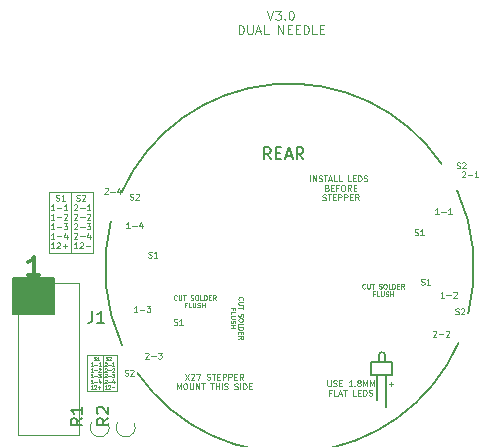
<source format=gbr>
%TF.GenerationSoftware,KiCad,Pcbnew,7.0.9*%
%TF.CreationDate,2024-01-20T08:14:18+10:00*%
%TF.ProjectId,DUAL NEEDLE-V03,4455414c-204e-4454-9544-4c452d563033,rev?*%
%TF.SameCoordinates,Original*%
%TF.FileFunction,Legend,Top*%
%TF.FilePolarity,Positive*%
%FSLAX46Y46*%
G04 Gerber Fmt 4.6, Leading zero omitted, Abs format (unit mm)*
G04 Created by KiCad (PCBNEW 7.0.9) date 2024-01-20 08:14:18*
%MOMM*%
%LPD*%
G01*
G04 APERTURE LIST*
%ADD10C,0.150000*%
%ADD11C,0.100000*%
%ADD12C,0.200000*%
%ADD13C,0.300000*%
%ADD14C,0.075000*%
%ADD15C,0.120000*%
G04 APERTURE END LIST*
D10*
X151900000Y-100600000D02*
X151900000Y-103200000D01*
X151150000Y-100600000D02*
X151150000Y-102600000D01*
D11*
X123350000Y-85050000D02*
X125200000Y-85050000D01*
X125200000Y-90150000D01*
X123350000Y-90150000D01*
X123350000Y-85050000D01*
X125200000Y-85050000D02*
X127050000Y-85050000D01*
X127050000Y-90150000D01*
X125200000Y-90150000D01*
X125200000Y-85050000D01*
D10*
X151800000Y-98828130D02*
X151800000Y-99400000D01*
D11*
X126600000Y-98800000D02*
X127900000Y-98800000D01*
X127900000Y-101850000D01*
X126600000Y-101850000D01*
X126600000Y-98800000D01*
D10*
X150650000Y-99400000D02*
X152400000Y-99400000D01*
X152400000Y-100550000D01*
X150650000Y-100550000D01*
X150650000Y-99400000D01*
X151300000Y-98828130D02*
X151300000Y-99400000D01*
X151350000Y-99400000D02*
X151850000Y-99400000D01*
D11*
X127900000Y-98800000D02*
X129150000Y-98800000D01*
X129150000Y-101850000D01*
X127900000Y-101850000D01*
X127900000Y-98800000D01*
D12*
X120300000Y-92350000D02*
X123800000Y-92350000D01*
X123800000Y-95350000D01*
X120300000Y-95350000D01*
X120300000Y-92350000D01*
G36*
X120300000Y-92350000D02*
G01*
X123800000Y-92350000D01*
X123800000Y-95350000D01*
X120300000Y-95350000D01*
X120300000Y-92350000D01*
G37*
D10*
X151800000Y-98828130D02*
G75*
G03*
X151300000Y-98828130I-250000J-22918D01*
G01*
D13*
X122478572Y-92028328D02*
X121621429Y-92028328D01*
X122050000Y-92028328D02*
X122050000Y-90528328D01*
X122050000Y-90528328D02*
X121907143Y-90742614D01*
X121907143Y-90742614D02*
X121764286Y-90885471D01*
X121764286Y-90885471D02*
X121621429Y-90956900D01*
D11*
X131769048Y-90552300D02*
X131840476Y-90576109D01*
X131840476Y-90576109D02*
X131959524Y-90576109D01*
X131959524Y-90576109D02*
X132007143Y-90552300D01*
X132007143Y-90552300D02*
X132030952Y-90528490D01*
X132030952Y-90528490D02*
X132054762Y-90480871D01*
X132054762Y-90480871D02*
X132054762Y-90433252D01*
X132054762Y-90433252D02*
X132030952Y-90385633D01*
X132030952Y-90385633D02*
X132007143Y-90361823D01*
X132007143Y-90361823D02*
X131959524Y-90338014D01*
X131959524Y-90338014D02*
X131864286Y-90314204D01*
X131864286Y-90314204D02*
X131816667Y-90290395D01*
X131816667Y-90290395D02*
X131792857Y-90266585D01*
X131792857Y-90266585D02*
X131769048Y-90218966D01*
X131769048Y-90218966D02*
X131769048Y-90171347D01*
X131769048Y-90171347D02*
X131792857Y-90123728D01*
X131792857Y-90123728D02*
X131816667Y-90099919D01*
X131816667Y-90099919D02*
X131864286Y-90076109D01*
X131864286Y-90076109D02*
X131983333Y-90076109D01*
X131983333Y-90076109D02*
X132054762Y-90099919D01*
X132530952Y-90576109D02*
X132245238Y-90576109D01*
X132388095Y-90576109D02*
X132388095Y-90076109D01*
X132388095Y-90076109D02*
X132340476Y-90147538D01*
X132340476Y-90147538D02*
X132292857Y-90195157D01*
X132292857Y-90195157D02*
X132245238Y-90218966D01*
X145442858Y-84121109D02*
X145442858Y-83621109D01*
X145680953Y-84121109D02*
X145680953Y-83621109D01*
X145680953Y-83621109D02*
X145966667Y-84121109D01*
X145966667Y-84121109D02*
X145966667Y-83621109D01*
X146180954Y-84097300D02*
X146252382Y-84121109D01*
X146252382Y-84121109D02*
X146371430Y-84121109D01*
X146371430Y-84121109D02*
X146419049Y-84097300D01*
X146419049Y-84097300D02*
X146442858Y-84073490D01*
X146442858Y-84073490D02*
X146466668Y-84025871D01*
X146466668Y-84025871D02*
X146466668Y-83978252D01*
X146466668Y-83978252D02*
X146442858Y-83930633D01*
X146442858Y-83930633D02*
X146419049Y-83906823D01*
X146419049Y-83906823D02*
X146371430Y-83883014D01*
X146371430Y-83883014D02*
X146276192Y-83859204D01*
X146276192Y-83859204D02*
X146228573Y-83835395D01*
X146228573Y-83835395D02*
X146204763Y-83811585D01*
X146204763Y-83811585D02*
X146180954Y-83763966D01*
X146180954Y-83763966D02*
X146180954Y-83716347D01*
X146180954Y-83716347D02*
X146204763Y-83668728D01*
X146204763Y-83668728D02*
X146228573Y-83644919D01*
X146228573Y-83644919D02*
X146276192Y-83621109D01*
X146276192Y-83621109D02*
X146395239Y-83621109D01*
X146395239Y-83621109D02*
X146466668Y-83644919D01*
X146609525Y-83621109D02*
X146895239Y-83621109D01*
X146752382Y-84121109D02*
X146752382Y-83621109D01*
X147038096Y-83978252D02*
X147276191Y-83978252D01*
X146990477Y-84121109D02*
X147157143Y-83621109D01*
X147157143Y-83621109D02*
X147323810Y-84121109D01*
X147728571Y-84121109D02*
X147490476Y-84121109D01*
X147490476Y-84121109D02*
X147490476Y-83621109D01*
X148133333Y-84121109D02*
X147895238Y-84121109D01*
X147895238Y-84121109D02*
X147895238Y-83621109D01*
X148919047Y-84121109D02*
X148680952Y-84121109D01*
X148680952Y-84121109D02*
X148680952Y-83621109D01*
X149085714Y-83859204D02*
X149252381Y-83859204D01*
X149323809Y-84121109D02*
X149085714Y-84121109D01*
X149085714Y-84121109D02*
X149085714Y-83621109D01*
X149085714Y-83621109D02*
X149323809Y-83621109D01*
X149538095Y-84121109D02*
X149538095Y-83621109D01*
X149538095Y-83621109D02*
X149657143Y-83621109D01*
X149657143Y-83621109D02*
X149728571Y-83644919D01*
X149728571Y-83644919D02*
X149776190Y-83692538D01*
X149776190Y-83692538D02*
X149800000Y-83740157D01*
X149800000Y-83740157D02*
X149823809Y-83835395D01*
X149823809Y-83835395D02*
X149823809Y-83906823D01*
X149823809Y-83906823D02*
X149800000Y-84002061D01*
X149800000Y-84002061D02*
X149776190Y-84049680D01*
X149776190Y-84049680D02*
X149728571Y-84097300D01*
X149728571Y-84097300D02*
X149657143Y-84121109D01*
X149657143Y-84121109D02*
X149538095Y-84121109D01*
X150014286Y-84097300D02*
X150085714Y-84121109D01*
X150085714Y-84121109D02*
X150204762Y-84121109D01*
X150204762Y-84121109D02*
X150252381Y-84097300D01*
X150252381Y-84097300D02*
X150276190Y-84073490D01*
X150276190Y-84073490D02*
X150300000Y-84025871D01*
X150300000Y-84025871D02*
X150300000Y-83978252D01*
X150300000Y-83978252D02*
X150276190Y-83930633D01*
X150276190Y-83930633D02*
X150252381Y-83906823D01*
X150252381Y-83906823D02*
X150204762Y-83883014D01*
X150204762Y-83883014D02*
X150109524Y-83859204D01*
X150109524Y-83859204D02*
X150061905Y-83835395D01*
X150061905Y-83835395D02*
X150038095Y-83811585D01*
X150038095Y-83811585D02*
X150014286Y-83763966D01*
X150014286Y-83763966D02*
X150014286Y-83716347D01*
X150014286Y-83716347D02*
X150038095Y-83668728D01*
X150038095Y-83668728D02*
X150061905Y-83644919D01*
X150061905Y-83644919D02*
X150109524Y-83621109D01*
X150109524Y-83621109D02*
X150228571Y-83621109D01*
X150228571Y-83621109D02*
X150300000Y-83644919D01*
X146907143Y-84664204D02*
X146978571Y-84688014D01*
X146978571Y-84688014D02*
X147002381Y-84711823D01*
X147002381Y-84711823D02*
X147026190Y-84759442D01*
X147026190Y-84759442D02*
X147026190Y-84830871D01*
X147026190Y-84830871D02*
X147002381Y-84878490D01*
X147002381Y-84878490D02*
X146978571Y-84902300D01*
X146978571Y-84902300D02*
X146930952Y-84926109D01*
X146930952Y-84926109D02*
X146740476Y-84926109D01*
X146740476Y-84926109D02*
X146740476Y-84426109D01*
X146740476Y-84426109D02*
X146907143Y-84426109D01*
X146907143Y-84426109D02*
X146954762Y-84449919D01*
X146954762Y-84449919D02*
X146978571Y-84473728D01*
X146978571Y-84473728D02*
X147002381Y-84521347D01*
X147002381Y-84521347D02*
X147002381Y-84568966D01*
X147002381Y-84568966D02*
X146978571Y-84616585D01*
X146978571Y-84616585D02*
X146954762Y-84640395D01*
X146954762Y-84640395D02*
X146907143Y-84664204D01*
X146907143Y-84664204D02*
X146740476Y-84664204D01*
X147240476Y-84664204D02*
X147407143Y-84664204D01*
X147478571Y-84926109D02*
X147240476Y-84926109D01*
X147240476Y-84926109D02*
X147240476Y-84426109D01*
X147240476Y-84426109D02*
X147478571Y-84426109D01*
X147859524Y-84664204D02*
X147692857Y-84664204D01*
X147692857Y-84926109D02*
X147692857Y-84426109D01*
X147692857Y-84426109D02*
X147930952Y-84426109D01*
X148216666Y-84426109D02*
X148311904Y-84426109D01*
X148311904Y-84426109D02*
X148359523Y-84449919D01*
X148359523Y-84449919D02*
X148407142Y-84497538D01*
X148407142Y-84497538D02*
X148430952Y-84592776D01*
X148430952Y-84592776D02*
X148430952Y-84759442D01*
X148430952Y-84759442D02*
X148407142Y-84854680D01*
X148407142Y-84854680D02*
X148359523Y-84902300D01*
X148359523Y-84902300D02*
X148311904Y-84926109D01*
X148311904Y-84926109D02*
X148216666Y-84926109D01*
X148216666Y-84926109D02*
X148169047Y-84902300D01*
X148169047Y-84902300D02*
X148121428Y-84854680D01*
X148121428Y-84854680D02*
X148097619Y-84759442D01*
X148097619Y-84759442D02*
X148097619Y-84592776D01*
X148097619Y-84592776D02*
X148121428Y-84497538D01*
X148121428Y-84497538D02*
X148169047Y-84449919D01*
X148169047Y-84449919D02*
X148216666Y-84426109D01*
X148930952Y-84926109D02*
X148764286Y-84688014D01*
X148645238Y-84926109D02*
X148645238Y-84426109D01*
X148645238Y-84426109D02*
X148835714Y-84426109D01*
X148835714Y-84426109D02*
X148883333Y-84449919D01*
X148883333Y-84449919D02*
X148907143Y-84473728D01*
X148907143Y-84473728D02*
X148930952Y-84521347D01*
X148930952Y-84521347D02*
X148930952Y-84592776D01*
X148930952Y-84592776D02*
X148907143Y-84640395D01*
X148907143Y-84640395D02*
X148883333Y-84664204D01*
X148883333Y-84664204D02*
X148835714Y-84688014D01*
X148835714Y-84688014D02*
X148645238Y-84688014D01*
X149145238Y-84664204D02*
X149311905Y-84664204D01*
X149383333Y-84926109D02*
X149145238Y-84926109D01*
X149145238Y-84926109D02*
X149145238Y-84426109D01*
X149145238Y-84426109D02*
X149383333Y-84426109D01*
X146514286Y-85707300D02*
X146585714Y-85731109D01*
X146585714Y-85731109D02*
X146704762Y-85731109D01*
X146704762Y-85731109D02*
X146752381Y-85707300D01*
X146752381Y-85707300D02*
X146776190Y-85683490D01*
X146776190Y-85683490D02*
X146800000Y-85635871D01*
X146800000Y-85635871D02*
X146800000Y-85588252D01*
X146800000Y-85588252D02*
X146776190Y-85540633D01*
X146776190Y-85540633D02*
X146752381Y-85516823D01*
X146752381Y-85516823D02*
X146704762Y-85493014D01*
X146704762Y-85493014D02*
X146609524Y-85469204D01*
X146609524Y-85469204D02*
X146561905Y-85445395D01*
X146561905Y-85445395D02*
X146538095Y-85421585D01*
X146538095Y-85421585D02*
X146514286Y-85373966D01*
X146514286Y-85373966D02*
X146514286Y-85326347D01*
X146514286Y-85326347D02*
X146538095Y-85278728D01*
X146538095Y-85278728D02*
X146561905Y-85254919D01*
X146561905Y-85254919D02*
X146609524Y-85231109D01*
X146609524Y-85231109D02*
X146728571Y-85231109D01*
X146728571Y-85231109D02*
X146800000Y-85254919D01*
X146942857Y-85231109D02*
X147228571Y-85231109D01*
X147085714Y-85731109D02*
X147085714Y-85231109D01*
X147395237Y-85469204D02*
X147561904Y-85469204D01*
X147633332Y-85731109D02*
X147395237Y-85731109D01*
X147395237Y-85731109D02*
X147395237Y-85231109D01*
X147395237Y-85231109D02*
X147633332Y-85231109D01*
X147847618Y-85731109D02*
X147847618Y-85231109D01*
X147847618Y-85231109D02*
X148038094Y-85231109D01*
X148038094Y-85231109D02*
X148085713Y-85254919D01*
X148085713Y-85254919D02*
X148109523Y-85278728D01*
X148109523Y-85278728D02*
X148133332Y-85326347D01*
X148133332Y-85326347D02*
X148133332Y-85397776D01*
X148133332Y-85397776D02*
X148109523Y-85445395D01*
X148109523Y-85445395D02*
X148085713Y-85469204D01*
X148085713Y-85469204D02*
X148038094Y-85493014D01*
X148038094Y-85493014D02*
X147847618Y-85493014D01*
X148347618Y-85731109D02*
X148347618Y-85231109D01*
X148347618Y-85231109D02*
X148538094Y-85231109D01*
X148538094Y-85231109D02*
X148585713Y-85254919D01*
X148585713Y-85254919D02*
X148609523Y-85278728D01*
X148609523Y-85278728D02*
X148633332Y-85326347D01*
X148633332Y-85326347D02*
X148633332Y-85397776D01*
X148633332Y-85397776D02*
X148609523Y-85445395D01*
X148609523Y-85445395D02*
X148585713Y-85469204D01*
X148585713Y-85469204D02*
X148538094Y-85493014D01*
X148538094Y-85493014D02*
X148347618Y-85493014D01*
X148847618Y-85469204D02*
X149014285Y-85469204D01*
X149085713Y-85731109D02*
X148847618Y-85731109D01*
X148847618Y-85731109D02*
X148847618Y-85231109D01*
X148847618Y-85231109D02*
X149085713Y-85231109D01*
X149585713Y-85731109D02*
X149419047Y-85493014D01*
X149299999Y-85731109D02*
X149299999Y-85231109D01*
X149299999Y-85231109D02*
X149490475Y-85231109D01*
X149490475Y-85231109D02*
X149538094Y-85254919D01*
X149538094Y-85254919D02*
X149561904Y-85278728D01*
X149561904Y-85278728D02*
X149585713Y-85326347D01*
X149585713Y-85326347D02*
X149585713Y-85397776D01*
X149585713Y-85397776D02*
X149561904Y-85445395D01*
X149561904Y-85445395D02*
X149538094Y-85469204D01*
X149538094Y-85469204D02*
X149490475Y-85493014D01*
X149490475Y-85493014D02*
X149299999Y-85493014D01*
X158309524Y-83323728D02*
X158333333Y-83299919D01*
X158333333Y-83299919D02*
X158380952Y-83276109D01*
X158380952Y-83276109D02*
X158500000Y-83276109D01*
X158500000Y-83276109D02*
X158547619Y-83299919D01*
X158547619Y-83299919D02*
X158571428Y-83323728D01*
X158571428Y-83323728D02*
X158595238Y-83371347D01*
X158595238Y-83371347D02*
X158595238Y-83418966D01*
X158595238Y-83418966D02*
X158571428Y-83490395D01*
X158571428Y-83490395D02*
X158285714Y-83776109D01*
X158285714Y-83776109D02*
X158595238Y-83776109D01*
X158809523Y-83585633D02*
X159190476Y-83585633D01*
X159690476Y-83776109D02*
X159404762Y-83776109D01*
X159547619Y-83776109D02*
X159547619Y-83276109D01*
X159547619Y-83276109D02*
X159500000Y-83347538D01*
X159500000Y-83347538D02*
X159452381Y-83395157D01*
X159452381Y-83395157D02*
X159404762Y-83418966D01*
X155859524Y-96823728D02*
X155883333Y-96799919D01*
X155883333Y-96799919D02*
X155930952Y-96776109D01*
X155930952Y-96776109D02*
X156050000Y-96776109D01*
X156050000Y-96776109D02*
X156097619Y-96799919D01*
X156097619Y-96799919D02*
X156121428Y-96823728D01*
X156121428Y-96823728D02*
X156145238Y-96871347D01*
X156145238Y-96871347D02*
X156145238Y-96918966D01*
X156145238Y-96918966D02*
X156121428Y-96990395D01*
X156121428Y-96990395D02*
X155835714Y-97276109D01*
X155835714Y-97276109D02*
X156145238Y-97276109D01*
X156359523Y-97085633D02*
X156740476Y-97085633D01*
X156954762Y-96823728D02*
X156978571Y-96799919D01*
X156978571Y-96799919D02*
X157026190Y-96776109D01*
X157026190Y-96776109D02*
X157145238Y-96776109D01*
X157145238Y-96776109D02*
X157192857Y-96799919D01*
X157192857Y-96799919D02*
X157216666Y-96823728D01*
X157216666Y-96823728D02*
X157240476Y-96871347D01*
X157240476Y-96871347D02*
X157240476Y-96918966D01*
X157240476Y-96918966D02*
X157216666Y-96990395D01*
X157216666Y-96990395D02*
X156930952Y-97276109D01*
X156930952Y-97276109D02*
X157240476Y-97276109D01*
X157869048Y-83002300D02*
X157940476Y-83026109D01*
X157940476Y-83026109D02*
X158059524Y-83026109D01*
X158059524Y-83026109D02*
X158107143Y-83002300D01*
X158107143Y-83002300D02*
X158130952Y-82978490D01*
X158130952Y-82978490D02*
X158154762Y-82930871D01*
X158154762Y-82930871D02*
X158154762Y-82883252D01*
X158154762Y-82883252D02*
X158130952Y-82835633D01*
X158130952Y-82835633D02*
X158107143Y-82811823D01*
X158107143Y-82811823D02*
X158059524Y-82788014D01*
X158059524Y-82788014D02*
X157964286Y-82764204D01*
X157964286Y-82764204D02*
X157916667Y-82740395D01*
X157916667Y-82740395D02*
X157892857Y-82716585D01*
X157892857Y-82716585D02*
X157869048Y-82668966D01*
X157869048Y-82668966D02*
X157869048Y-82621347D01*
X157869048Y-82621347D02*
X157892857Y-82573728D01*
X157892857Y-82573728D02*
X157916667Y-82549919D01*
X157916667Y-82549919D02*
X157964286Y-82526109D01*
X157964286Y-82526109D02*
X158083333Y-82526109D01*
X158083333Y-82526109D02*
X158154762Y-82549919D01*
X158345238Y-82573728D02*
X158369047Y-82549919D01*
X158369047Y-82549919D02*
X158416666Y-82526109D01*
X158416666Y-82526109D02*
X158535714Y-82526109D01*
X158535714Y-82526109D02*
X158583333Y-82549919D01*
X158583333Y-82549919D02*
X158607142Y-82573728D01*
X158607142Y-82573728D02*
X158630952Y-82621347D01*
X158630952Y-82621347D02*
X158630952Y-82668966D01*
X158630952Y-82668966D02*
X158607142Y-82740395D01*
X158607142Y-82740395D02*
X158321428Y-83026109D01*
X158321428Y-83026109D02*
X158630952Y-83026109D01*
X129769048Y-100552300D02*
X129840476Y-100576109D01*
X129840476Y-100576109D02*
X129959524Y-100576109D01*
X129959524Y-100576109D02*
X130007143Y-100552300D01*
X130007143Y-100552300D02*
X130030952Y-100528490D01*
X130030952Y-100528490D02*
X130054762Y-100480871D01*
X130054762Y-100480871D02*
X130054762Y-100433252D01*
X130054762Y-100433252D02*
X130030952Y-100385633D01*
X130030952Y-100385633D02*
X130007143Y-100361823D01*
X130007143Y-100361823D02*
X129959524Y-100338014D01*
X129959524Y-100338014D02*
X129864286Y-100314204D01*
X129864286Y-100314204D02*
X129816667Y-100290395D01*
X129816667Y-100290395D02*
X129792857Y-100266585D01*
X129792857Y-100266585D02*
X129769048Y-100218966D01*
X129769048Y-100218966D02*
X129769048Y-100171347D01*
X129769048Y-100171347D02*
X129792857Y-100123728D01*
X129792857Y-100123728D02*
X129816667Y-100099919D01*
X129816667Y-100099919D02*
X129864286Y-100076109D01*
X129864286Y-100076109D02*
X129983333Y-100076109D01*
X129983333Y-100076109D02*
X130054762Y-100099919D01*
X130245238Y-100123728D02*
X130269047Y-100099919D01*
X130269047Y-100099919D02*
X130316666Y-100076109D01*
X130316666Y-100076109D02*
X130435714Y-100076109D01*
X130435714Y-100076109D02*
X130483333Y-100099919D01*
X130483333Y-100099919D02*
X130507142Y-100123728D01*
X130507142Y-100123728D02*
X130530952Y-100171347D01*
X130530952Y-100171347D02*
X130530952Y-100218966D01*
X130530952Y-100218966D02*
X130507142Y-100290395D01*
X130507142Y-100290395D02*
X130221428Y-100576109D01*
X130221428Y-100576109D02*
X130530952Y-100576109D01*
X134166666Y-94119752D02*
X134147618Y-94138800D01*
X134147618Y-94138800D02*
X134090476Y-94157847D01*
X134090476Y-94157847D02*
X134052380Y-94157847D01*
X134052380Y-94157847D02*
X133995237Y-94138800D01*
X133995237Y-94138800D02*
X133957142Y-94100704D01*
X133957142Y-94100704D02*
X133938095Y-94062609D01*
X133938095Y-94062609D02*
X133919047Y-93986419D01*
X133919047Y-93986419D02*
X133919047Y-93929276D01*
X133919047Y-93929276D02*
X133938095Y-93853085D01*
X133938095Y-93853085D02*
X133957142Y-93814990D01*
X133957142Y-93814990D02*
X133995237Y-93776895D01*
X133995237Y-93776895D02*
X134052380Y-93757847D01*
X134052380Y-93757847D02*
X134090476Y-93757847D01*
X134090476Y-93757847D02*
X134147618Y-93776895D01*
X134147618Y-93776895D02*
X134166666Y-93795942D01*
X134338095Y-93757847D02*
X134338095Y-94081657D01*
X134338095Y-94081657D02*
X134357142Y-94119752D01*
X134357142Y-94119752D02*
X134376190Y-94138800D01*
X134376190Y-94138800D02*
X134414285Y-94157847D01*
X134414285Y-94157847D02*
X134490476Y-94157847D01*
X134490476Y-94157847D02*
X134528571Y-94138800D01*
X134528571Y-94138800D02*
X134547618Y-94119752D01*
X134547618Y-94119752D02*
X134566666Y-94081657D01*
X134566666Y-94081657D02*
X134566666Y-93757847D01*
X134700000Y-93757847D02*
X134928571Y-93757847D01*
X134814285Y-94157847D02*
X134814285Y-93757847D01*
X135347619Y-94138800D02*
X135404762Y-94157847D01*
X135404762Y-94157847D02*
X135500000Y-94157847D01*
X135500000Y-94157847D02*
X135538095Y-94138800D01*
X135538095Y-94138800D02*
X135557143Y-94119752D01*
X135557143Y-94119752D02*
X135576190Y-94081657D01*
X135576190Y-94081657D02*
X135576190Y-94043561D01*
X135576190Y-94043561D02*
X135557143Y-94005466D01*
X135557143Y-94005466D02*
X135538095Y-93986419D01*
X135538095Y-93986419D02*
X135500000Y-93967371D01*
X135500000Y-93967371D02*
X135423809Y-93948323D01*
X135423809Y-93948323D02*
X135385714Y-93929276D01*
X135385714Y-93929276D02*
X135366667Y-93910228D01*
X135366667Y-93910228D02*
X135347619Y-93872133D01*
X135347619Y-93872133D02*
X135347619Y-93834038D01*
X135347619Y-93834038D02*
X135366667Y-93795942D01*
X135366667Y-93795942D02*
X135385714Y-93776895D01*
X135385714Y-93776895D02*
X135423809Y-93757847D01*
X135423809Y-93757847D02*
X135519048Y-93757847D01*
X135519048Y-93757847D02*
X135576190Y-93776895D01*
X135823809Y-93757847D02*
X135900000Y-93757847D01*
X135900000Y-93757847D02*
X135938095Y-93776895D01*
X135938095Y-93776895D02*
X135976190Y-93814990D01*
X135976190Y-93814990D02*
X135995238Y-93891180D01*
X135995238Y-93891180D02*
X135995238Y-94024514D01*
X135995238Y-94024514D02*
X135976190Y-94100704D01*
X135976190Y-94100704D02*
X135938095Y-94138800D01*
X135938095Y-94138800D02*
X135900000Y-94157847D01*
X135900000Y-94157847D02*
X135823809Y-94157847D01*
X135823809Y-94157847D02*
X135785714Y-94138800D01*
X135785714Y-94138800D02*
X135747619Y-94100704D01*
X135747619Y-94100704D02*
X135728571Y-94024514D01*
X135728571Y-94024514D02*
X135728571Y-93891180D01*
X135728571Y-93891180D02*
X135747619Y-93814990D01*
X135747619Y-93814990D02*
X135785714Y-93776895D01*
X135785714Y-93776895D02*
X135823809Y-93757847D01*
X136357143Y-94157847D02*
X136166667Y-94157847D01*
X136166667Y-94157847D02*
X136166667Y-93757847D01*
X136490477Y-94157847D02*
X136490477Y-93757847D01*
X136490477Y-93757847D02*
X136585715Y-93757847D01*
X136585715Y-93757847D02*
X136642858Y-93776895D01*
X136642858Y-93776895D02*
X136680953Y-93814990D01*
X136680953Y-93814990D02*
X136700000Y-93853085D01*
X136700000Y-93853085D02*
X136719048Y-93929276D01*
X136719048Y-93929276D02*
X136719048Y-93986419D01*
X136719048Y-93986419D02*
X136700000Y-94062609D01*
X136700000Y-94062609D02*
X136680953Y-94100704D01*
X136680953Y-94100704D02*
X136642858Y-94138800D01*
X136642858Y-94138800D02*
X136585715Y-94157847D01*
X136585715Y-94157847D02*
X136490477Y-94157847D01*
X136890477Y-93948323D02*
X137023810Y-93948323D01*
X137080953Y-94157847D02*
X136890477Y-94157847D01*
X136890477Y-94157847D02*
X136890477Y-93757847D01*
X136890477Y-93757847D02*
X137080953Y-93757847D01*
X137480953Y-94157847D02*
X137347620Y-93967371D01*
X137252382Y-94157847D02*
X137252382Y-93757847D01*
X137252382Y-93757847D02*
X137404763Y-93757847D01*
X137404763Y-93757847D02*
X137442858Y-93776895D01*
X137442858Y-93776895D02*
X137461905Y-93795942D01*
X137461905Y-93795942D02*
X137480953Y-93834038D01*
X137480953Y-93834038D02*
X137480953Y-93891180D01*
X137480953Y-93891180D02*
X137461905Y-93929276D01*
X137461905Y-93929276D02*
X137442858Y-93948323D01*
X137442858Y-93948323D02*
X137404763Y-93967371D01*
X137404763Y-93967371D02*
X137252382Y-93967371D01*
X134985714Y-94592323D02*
X134852381Y-94592323D01*
X134852381Y-94801847D02*
X134852381Y-94401847D01*
X134852381Y-94401847D02*
X135042857Y-94401847D01*
X135385714Y-94801847D02*
X135195238Y-94801847D01*
X135195238Y-94801847D02*
X135195238Y-94401847D01*
X135519048Y-94401847D02*
X135519048Y-94725657D01*
X135519048Y-94725657D02*
X135538095Y-94763752D01*
X135538095Y-94763752D02*
X135557143Y-94782800D01*
X135557143Y-94782800D02*
X135595238Y-94801847D01*
X135595238Y-94801847D02*
X135671429Y-94801847D01*
X135671429Y-94801847D02*
X135709524Y-94782800D01*
X135709524Y-94782800D02*
X135728571Y-94763752D01*
X135728571Y-94763752D02*
X135747619Y-94725657D01*
X135747619Y-94725657D02*
X135747619Y-94401847D01*
X135919048Y-94782800D02*
X135976191Y-94801847D01*
X135976191Y-94801847D02*
X136071429Y-94801847D01*
X136071429Y-94801847D02*
X136109524Y-94782800D01*
X136109524Y-94782800D02*
X136128572Y-94763752D01*
X136128572Y-94763752D02*
X136147619Y-94725657D01*
X136147619Y-94725657D02*
X136147619Y-94687561D01*
X136147619Y-94687561D02*
X136128572Y-94649466D01*
X136128572Y-94649466D02*
X136109524Y-94630419D01*
X136109524Y-94630419D02*
X136071429Y-94611371D01*
X136071429Y-94611371D02*
X135995238Y-94592323D01*
X135995238Y-94592323D02*
X135957143Y-94573276D01*
X135957143Y-94573276D02*
X135938096Y-94554228D01*
X135938096Y-94554228D02*
X135919048Y-94516133D01*
X135919048Y-94516133D02*
X135919048Y-94478038D01*
X135919048Y-94478038D02*
X135938096Y-94439942D01*
X135938096Y-94439942D02*
X135957143Y-94420895D01*
X135957143Y-94420895D02*
X135995238Y-94401847D01*
X135995238Y-94401847D02*
X136090477Y-94401847D01*
X136090477Y-94401847D02*
X136147619Y-94420895D01*
X136319048Y-94801847D02*
X136319048Y-94401847D01*
X136319048Y-94592323D02*
X136547619Y-94592323D01*
X136547619Y-94801847D02*
X136547619Y-94401847D01*
X130845238Y-95176109D02*
X130559524Y-95176109D01*
X130702381Y-95176109D02*
X130702381Y-94676109D01*
X130702381Y-94676109D02*
X130654762Y-94747538D01*
X130654762Y-94747538D02*
X130607143Y-94795157D01*
X130607143Y-94795157D02*
X130559524Y-94818966D01*
X131059523Y-94985633D02*
X131440476Y-94985633D01*
X131630952Y-94676109D02*
X131940476Y-94676109D01*
X131940476Y-94676109D02*
X131773809Y-94866585D01*
X131773809Y-94866585D02*
X131845238Y-94866585D01*
X131845238Y-94866585D02*
X131892857Y-94890395D01*
X131892857Y-94890395D02*
X131916666Y-94914204D01*
X131916666Y-94914204D02*
X131940476Y-94961823D01*
X131940476Y-94961823D02*
X131940476Y-95080871D01*
X131940476Y-95080871D02*
X131916666Y-95128490D01*
X131916666Y-95128490D02*
X131892857Y-95152300D01*
X131892857Y-95152300D02*
X131845238Y-95176109D01*
X131845238Y-95176109D02*
X131702381Y-95176109D01*
X131702381Y-95176109D02*
X131654762Y-95152300D01*
X131654762Y-95152300D02*
X131630952Y-95128490D01*
X146935714Y-100973609D02*
X146935714Y-101378371D01*
X146935714Y-101378371D02*
X146959524Y-101425990D01*
X146959524Y-101425990D02*
X146983333Y-101449800D01*
X146983333Y-101449800D02*
X147030952Y-101473609D01*
X147030952Y-101473609D02*
X147126190Y-101473609D01*
X147126190Y-101473609D02*
X147173809Y-101449800D01*
X147173809Y-101449800D02*
X147197619Y-101425990D01*
X147197619Y-101425990D02*
X147221428Y-101378371D01*
X147221428Y-101378371D02*
X147221428Y-100973609D01*
X147435715Y-101449800D02*
X147507143Y-101473609D01*
X147507143Y-101473609D02*
X147626191Y-101473609D01*
X147626191Y-101473609D02*
X147673810Y-101449800D01*
X147673810Y-101449800D02*
X147697619Y-101425990D01*
X147697619Y-101425990D02*
X147721429Y-101378371D01*
X147721429Y-101378371D02*
X147721429Y-101330752D01*
X147721429Y-101330752D02*
X147697619Y-101283133D01*
X147697619Y-101283133D02*
X147673810Y-101259323D01*
X147673810Y-101259323D02*
X147626191Y-101235514D01*
X147626191Y-101235514D02*
X147530953Y-101211704D01*
X147530953Y-101211704D02*
X147483334Y-101187895D01*
X147483334Y-101187895D02*
X147459524Y-101164085D01*
X147459524Y-101164085D02*
X147435715Y-101116466D01*
X147435715Y-101116466D02*
X147435715Y-101068847D01*
X147435715Y-101068847D02*
X147459524Y-101021228D01*
X147459524Y-101021228D02*
X147483334Y-100997419D01*
X147483334Y-100997419D02*
X147530953Y-100973609D01*
X147530953Y-100973609D02*
X147650000Y-100973609D01*
X147650000Y-100973609D02*
X147721429Y-100997419D01*
X147935714Y-101211704D02*
X148102381Y-101211704D01*
X148173809Y-101473609D02*
X147935714Y-101473609D01*
X147935714Y-101473609D02*
X147935714Y-100973609D01*
X147935714Y-100973609D02*
X148173809Y-100973609D01*
X149030952Y-101473609D02*
X148745238Y-101473609D01*
X148888095Y-101473609D02*
X148888095Y-100973609D01*
X148888095Y-100973609D02*
X148840476Y-101045038D01*
X148840476Y-101045038D02*
X148792857Y-101092657D01*
X148792857Y-101092657D02*
X148745238Y-101116466D01*
X149245237Y-101425990D02*
X149269047Y-101449800D01*
X149269047Y-101449800D02*
X149245237Y-101473609D01*
X149245237Y-101473609D02*
X149221428Y-101449800D01*
X149221428Y-101449800D02*
X149245237Y-101425990D01*
X149245237Y-101425990D02*
X149245237Y-101473609D01*
X149554761Y-101187895D02*
X149507142Y-101164085D01*
X149507142Y-101164085D02*
X149483332Y-101140276D01*
X149483332Y-101140276D02*
X149459523Y-101092657D01*
X149459523Y-101092657D02*
X149459523Y-101068847D01*
X149459523Y-101068847D02*
X149483332Y-101021228D01*
X149483332Y-101021228D02*
X149507142Y-100997419D01*
X149507142Y-100997419D02*
X149554761Y-100973609D01*
X149554761Y-100973609D02*
X149649999Y-100973609D01*
X149649999Y-100973609D02*
X149697618Y-100997419D01*
X149697618Y-100997419D02*
X149721427Y-101021228D01*
X149721427Y-101021228D02*
X149745237Y-101068847D01*
X149745237Y-101068847D02*
X149745237Y-101092657D01*
X149745237Y-101092657D02*
X149721427Y-101140276D01*
X149721427Y-101140276D02*
X149697618Y-101164085D01*
X149697618Y-101164085D02*
X149649999Y-101187895D01*
X149649999Y-101187895D02*
X149554761Y-101187895D01*
X149554761Y-101187895D02*
X149507142Y-101211704D01*
X149507142Y-101211704D02*
X149483332Y-101235514D01*
X149483332Y-101235514D02*
X149459523Y-101283133D01*
X149459523Y-101283133D02*
X149459523Y-101378371D01*
X149459523Y-101378371D02*
X149483332Y-101425990D01*
X149483332Y-101425990D02*
X149507142Y-101449800D01*
X149507142Y-101449800D02*
X149554761Y-101473609D01*
X149554761Y-101473609D02*
X149649999Y-101473609D01*
X149649999Y-101473609D02*
X149697618Y-101449800D01*
X149697618Y-101449800D02*
X149721427Y-101425990D01*
X149721427Y-101425990D02*
X149745237Y-101378371D01*
X149745237Y-101378371D02*
X149745237Y-101283133D01*
X149745237Y-101283133D02*
X149721427Y-101235514D01*
X149721427Y-101235514D02*
X149697618Y-101211704D01*
X149697618Y-101211704D02*
X149649999Y-101187895D01*
X149959522Y-101473609D02*
X149959522Y-100973609D01*
X149959522Y-100973609D02*
X150126189Y-101330752D01*
X150126189Y-101330752D02*
X150292855Y-100973609D01*
X150292855Y-100973609D02*
X150292855Y-101473609D01*
X150530951Y-101473609D02*
X150530951Y-100973609D01*
X150530951Y-100973609D02*
X150697618Y-101330752D01*
X150697618Y-101330752D02*
X150864284Y-100973609D01*
X150864284Y-100973609D02*
X150864284Y-101473609D01*
X147257144Y-102016704D02*
X147090477Y-102016704D01*
X147090477Y-102278609D02*
X147090477Y-101778609D01*
X147090477Y-101778609D02*
X147328572Y-101778609D01*
X147757143Y-102278609D02*
X147519048Y-102278609D01*
X147519048Y-102278609D02*
X147519048Y-101778609D01*
X147900001Y-102135752D02*
X148138096Y-102135752D01*
X147852382Y-102278609D02*
X148019048Y-101778609D01*
X148019048Y-101778609D02*
X148185715Y-102278609D01*
X148280953Y-101778609D02*
X148566667Y-101778609D01*
X148423810Y-102278609D02*
X148423810Y-101778609D01*
X149352380Y-102278609D02*
X149114285Y-102278609D01*
X149114285Y-102278609D02*
X149114285Y-101778609D01*
X149519047Y-102016704D02*
X149685714Y-102016704D01*
X149757142Y-102278609D02*
X149519047Y-102278609D01*
X149519047Y-102278609D02*
X149519047Y-101778609D01*
X149519047Y-101778609D02*
X149757142Y-101778609D01*
X149971428Y-102278609D02*
X149971428Y-101778609D01*
X149971428Y-101778609D02*
X150090476Y-101778609D01*
X150090476Y-101778609D02*
X150161904Y-101802419D01*
X150161904Y-101802419D02*
X150209523Y-101850038D01*
X150209523Y-101850038D02*
X150233333Y-101897657D01*
X150233333Y-101897657D02*
X150257142Y-101992895D01*
X150257142Y-101992895D02*
X150257142Y-102064323D01*
X150257142Y-102064323D02*
X150233333Y-102159561D01*
X150233333Y-102159561D02*
X150209523Y-102207180D01*
X150209523Y-102207180D02*
X150161904Y-102254800D01*
X150161904Y-102254800D02*
X150090476Y-102278609D01*
X150090476Y-102278609D02*
X149971428Y-102278609D01*
X150447619Y-102254800D02*
X150519047Y-102278609D01*
X150519047Y-102278609D02*
X150638095Y-102278609D01*
X150638095Y-102278609D02*
X150685714Y-102254800D01*
X150685714Y-102254800D02*
X150709523Y-102230990D01*
X150709523Y-102230990D02*
X150733333Y-102183371D01*
X150733333Y-102183371D02*
X150733333Y-102135752D01*
X150733333Y-102135752D02*
X150709523Y-102088133D01*
X150709523Y-102088133D02*
X150685714Y-102064323D01*
X150685714Y-102064323D02*
X150638095Y-102040514D01*
X150638095Y-102040514D02*
X150542857Y-102016704D01*
X150542857Y-102016704D02*
X150495238Y-101992895D01*
X150495238Y-101992895D02*
X150471428Y-101969085D01*
X150471428Y-101969085D02*
X150447619Y-101921466D01*
X150447619Y-101921466D02*
X150447619Y-101873847D01*
X150447619Y-101873847D02*
X150471428Y-101826228D01*
X150471428Y-101826228D02*
X150495238Y-101802419D01*
X150495238Y-101802419D02*
X150542857Y-101778609D01*
X150542857Y-101778609D02*
X150661904Y-101778609D01*
X150661904Y-101778609D02*
X150733333Y-101802419D01*
D14*
X127157143Y-99263100D02*
X127200001Y-99277385D01*
X127200001Y-99277385D02*
X127271429Y-99277385D01*
X127271429Y-99277385D02*
X127300001Y-99263100D01*
X127300001Y-99263100D02*
X127314286Y-99248814D01*
X127314286Y-99248814D02*
X127328572Y-99220242D01*
X127328572Y-99220242D02*
X127328572Y-99191671D01*
X127328572Y-99191671D02*
X127314286Y-99163100D01*
X127314286Y-99163100D02*
X127300001Y-99148814D01*
X127300001Y-99148814D02*
X127271429Y-99134528D01*
X127271429Y-99134528D02*
X127214286Y-99120242D01*
X127214286Y-99120242D02*
X127185715Y-99105957D01*
X127185715Y-99105957D02*
X127171429Y-99091671D01*
X127171429Y-99091671D02*
X127157143Y-99063100D01*
X127157143Y-99063100D02*
X127157143Y-99034528D01*
X127157143Y-99034528D02*
X127171429Y-99005957D01*
X127171429Y-99005957D02*
X127185715Y-98991671D01*
X127185715Y-98991671D02*
X127214286Y-98977385D01*
X127214286Y-98977385D02*
X127285715Y-98977385D01*
X127285715Y-98977385D02*
X127328572Y-98991671D01*
X127614286Y-99277385D02*
X127442857Y-99277385D01*
X127528572Y-99277385D02*
X127528572Y-98977385D01*
X127528572Y-98977385D02*
X127500000Y-99020242D01*
X127500000Y-99020242D02*
X127471429Y-99048814D01*
X127471429Y-99048814D02*
X127442857Y-99063100D01*
X128185713Y-99263100D02*
X128228571Y-99277385D01*
X128228571Y-99277385D02*
X128299999Y-99277385D01*
X128299999Y-99277385D02*
X128328571Y-99263100D01*
X128328571Y-99263100D02*
X128342856Y-99248814D01*
X128342856Y-99248814D02*
X128357142Y-99220242D01*
X128357142Y-99220242D02*
X128357142Y-99191671D01*
X128357142Y-99191671D02*
X128342856Y-99163100D01*
X128342856Y-99163100D02*
X128328571Y-99148814D01*
X128328571Y-99148814D02*
X128299999Y-99134528D01*
X128299999Y-99134528D02*
X128242856Y-99120242D01*
X128242856Y-99120242D02*
X128214285Y-99105957D01*
X128214285Y-99105957D02*
X128199999Y-99091671D01*
X128199999Y-99091671D02*
X128185713Y-99063100D01*
X128185713Y-99063100D02*
X128185713Y-99034528D01*
X128185713Y-99034528D02*
X128199999Y-99005957D01*
X128199999Y-99005957D02*
X128214285Y-98991671D01*
X128214285Y-98991671D02*
X128242856Y-98977385D01*
X128242856Y-98977385D02*
X128314285Y-98977385D01*
X128314285Y-98977385D02*
X128357142Y-98991671D01*
X128471427Y-99005957D02*
X128485713Y-98991671D01*
X128485713Y-98991671D02*
X128514285Y-98977385D01*
X128514285Y-98977385D02*
X128585713Y-98977385D01*
X128585713Y-98977385D02*
X128614285Y-98991671D01*
X128614285Y-98991671D02*
X128628570Y-99005957D01*
X128628570Y-99005957D02*
X128642856Y-99034528D01*
X128642856Y-99034528D02*
X128642856Y-99063100D01*
X128642856Y-99063100D02*
X128628570Y-99105957D01*
X128628570Y-99105957D02*
X128457142Y-99277385D01*
X128457142Y-99277385D02*
X128642856Y-99277385D01*
X127071429Y-99760385D02*
X126900000Y-99760385D01*
X126985715Y-99760385D02*
X126985715Y-99460385D01*
X126985715Y-99460385D02*
X126957143Y-99503242D01*
X126957143Y-99503242D02*
X126928572Y-99531814D01*
X126928572Y-99531814D02*
X126900000Y-99546100D01*
X127200000Y-99646100D02*
X127428572Y-99646100D01*
X127728572Y-99760385D02*
X127557143Y-99760385D01*
X127642858Y-99760385D02*
X127642858Y-99460385D01*
X127642858Y-99460385D02*
X127614286Y-99503242D01*
X127614286Y-99503242D02*
X127585715Y-99531814D01*
X127585715Y-99531814D02*
X127557143Y-99546100D01*
X128071428Y-99488957D02*
X128085714Y-99474671D01*
X128085714Y-99474671D02*
X128114286Y-99460385D01*
X128114286Y-99460385D02*
X128185714Y-99460385D01*
X128185714Y-99460385D02*
X128214286Y-99474671D01*
X128214286Y-99474671D02*
X128228571Y-99488957D01*
X128228571Y-99488957D02*
X128242857Y-99517528D01*
X128242857Y-99517528D02*
X128242857Y-99546100D01*
X128242857Y-99546100D02*
X128228571Y-99588957D01*
X128228571Y-99588957D02*
X128057143Y-99760385D01*
X128057143Y-99760385D02*
X128242857Y-99760385D01*
X128371428Y-99646100D02*
X128600000Y-99646100D01*
X128900000Y-99760385D02*
X128728571Y-99760385D01*
X128814286Y-99760385D02*
X128814286Y-99460385D01*
X128814286Y-99460385D02*
X128785714Y-99503242D01*
X128785714Y-99503242D02*
X128757143Y-99531814D01*
X128757143Y-99531814D02*
X128728571Y-99546100D01*
X127071429Y-100243385D02*
X126900000Y-100243385D01*
X126985715Y-100243385D02*
X126985715Y-99943385D01*
X126985715Y-99943385D02*
X126957143Y-99986242D01*
X126957143Y-99986242D02*
X126928572Y-100014814D01*
X126928572Y-100014814D02*
X126900000Y-100029100D01*
X127200000Y-100129100D02*
X127428572Y-100129100D01*
X127557143Y-99971957D02*
X127571429Y-99957671D01*
X127571429Y-99957671D02*
X127600001Y-99943385D01*
X127600001Y-99943385D02*
X127671429Y-99943385D01*
X127671429Y-99943385D02*
X127700001Y-99957671D01*
X127700001Y-99957671D02*
X127714286Y-99971957D01*
X127714286Y-99971957D02*
X127728572Y-100000528D01*
X127728572Y-100000528D02*
X127728572Y-100029100D01*
X127728572Y-100029100D02*
X127714286Y-100071957D01*
X127714286Y-100071957D02*
X127542858Y-100243385D01*
X127542858Y-100243385D02*
X127728572Y-100243385D01*
X128071428Y-99971957D02*
X128085714Y-99957671D01*
X128085714Y-99957671D02*
X128114286Y-99943385D01*
X128114286Y-99943385D02*
X128185714Y-99943385D01*
X128185714Y-99943385D02*
X128214286Y-99957671D01*
X128214286Y-99957671D02*
X128228571Y-99971957D01*
X128228571Y-99971957D02*
X128242857Y-100000528D01*
X128242857Y-100000528D02*
X128242857Y-100029100D01*
X128242857Y-100029100D02*
X128228571Y-100071957D01*
X128228571Y-100071957D02*
X128057143Y-100243385D01*
X128057143Y-100243385D02*
X128242857Y-100243385D01*
X128371428Y-100129100D02*
X128600000Y-100129100D01*
X128728571Y-99971957D02*
X128742857Y-99957671D01*
X128742857Y-99957671D02*
X128771429Y-99943385D01*
X128771429Y-99943385D02*
X128842857Y-99943385D01*
X128842857Y-99943385D02*
X128871429Y-99957671D01*
X128871429Y-99957671D02*
X128885714Y-99971957D01*
X128885714Y-99971957D02*
X128900000Y-100000528D01*
X128900000Y-100000528D02*
X128900000Y-100029100D01*
X128900000Y-100029100D02*
X128885714Y-100071957D01*
X128885714Y-100071957D02*
X128714286Y-100243385D01*
X128714286Y-100243385D02*
X128900000Y-100243385D01*
X127071429Y-100726385D02*
X126900000Y-100726385D01*
X126985715Y-100726385D02*
X126985715Y-100426385D01*
X126985715Y-100426385D02*
X126957143Y-100469242D01*
X126957143Y-100469242D02*
X126928572Y-100497814D01*
X126928572Y-100497814D02*
X126900000Y-100512100D01*
X127200000Y-100612100D02*
X127428572Y-100612100D01*
X127542858Y-100426385D02*
X127728572Y-100426385D01*
X127728572Y-100426385D02*
X127628572Y-100540671D01*
X127628572Y-100540671D02*
X127671429Y-100540671D01*
X127671429Y-100540671D02*
X127700001Y-100554957D01*
X127700001Y-100554957D02*
X127714286Y-100569242D01*
X127714286Y-100569242D02*
X127728572Y-100597814D01*
X127728572Y-100597814D02*
X127728572Y-100669242D01*
X127728572Y-100669242D02*
X127714286Y-100697814D01*
X127714286Y-100697814D02*
X127700001Y-100712100D01*
X127700001Y-100712100D02*
X127671429Y-100726385D01*
X127671429Y-100726385D02*
X127585715Y-100726385D01*
X127585715Y-100726385D02*
X127557143Y-100712100D01*
X127557143Y-100712100D02*
X127542858Y-100697814D01*
X128071428Y-100454957D02*
X128085714Y-100440671D01*
X128085714Y-100440671D02*
X128114286Y-100426385D01*
X128114286Y-100426385D02*
X128185714Y-100426385D01*
X128185714Y-100426385D02*
X128214286Y-100440671D01*
X128214286Y-100440671D02*
X128228571Y-100454957D01*
X128228571Y-100454957D02*
X128242857Y-100483528D01*
X128242857Y-100483528D02*
X128242857Y-100512100D01*
X128242857Y-100512100D02*
X128228571Y-100554957D01*
X128228571Y-100554957D02*
X128057143Y-100726385D01*
X128057143Y-100726385D02*
X128242857Y-100726385D01*
X128371428Y-100612100D02*
X128600000Y-100612100D01*
X128714286Y-100426385D02*
X128900000Y-100426385D01*
X128900000Y-100426385D02*
X128800000Y-100540671D01*
X128800000Y-100540671D02*
X128842857Y-100540671D01*
X128842857Y-100540671D02*
X128871429Y-100554957D01*
X128871429Y-100554957D02*
X128885714Y-100569242D01*
X128885714Y-100569242D02*
X128900000Y-100597814D01*
X128900000Y-100597814D02*
X128900000Y-100669242D01*
X128900000Y-100669242D02*
X128885714Y-100697814D01*
X128885714Y-100697814D02*
X128871429Y-100712100D01*
X128871429Y-100712100D02*
X128842857Y-100726385D01*
X128842857Y-100726385D02*
X128757143Y-100726385D01*
X128757143Y-100726385D02*
X128728571Y-100712100D01*
X128728571Y-100712100D02*
X128714286Y-100697814D01*
X127071429Y-101209385D02*
X126900000Y-101209385D01*
X126985715Y-101209385D02*
X126985715Y-100909385D01*
X126985715Y-100909385D02*
X126957143Y-100952242D01*
X126957143Y-100952242D02*
X126928572Y-100980814D01*
X126928572Y-100980814D02*
X126900000Y-100995100D01*
X127200000Y-101095100D02*
X127428572Y-101095100D01*
X127700001Y-101009385D02*
X127700001Y-101209385D01*
X127628572Y-100895100D02*
X127557143Y-101109385D01*
X127557143Y-101109385D02*
X127742858Y-101109385D01*
X128071428Y-100937957D02*
X128085714Y-100923671D01*
X128085714Y-100923671D02*
X128114286Y-100909385D01*
X128114286Y-100909385D02*
X128185714Y-100909385D01*
X128185714Y-100909385D02*
X128214286Y-100923671D01*
X128214286Y-100923671D02*
X128228571Y-100937957D01*
X128228571Y-100937957D02*
X128242857Y-100966528D01*
X128242857Y-100966528D02*
X128242857Y-100995100D01*
X128242857Y-100995100D02*
X128228571Y-101037957D01*
X128228571Y-101037957D02*
X128057143Y-101209385D01*
X128057143Y-101209385D02*
X128242857Y-101209385D01*
X128371428Y-101095100D02*
X128600000Y-101095100D01*
X128871429Y-101009385D02*
X128871429Y-101209385D01*
X128800000Y-100895100D02*
X128728571Y-101109385D01*
X128728571Y-101109385D02*
X128914286Y-101109385D01*
X127071429Y-101692385D02*
X126900000Y-101692385D01*
X126985715Y-101692385D02*
X126985715Y-101392385D01*
X126985715Y-101392385D02*
X126957143Y-101435242D01*
X126957143Y-101435242D02*
X126928572Y-101463814D01*
X126928572Y-101463814D02*
X126900000Y-101478100D01*
X127185714Y-101420957D02*
X127200000Y-101406671D01*
X127200000Y-101406671D02*
X127228572Y-101392385D01*
X127228572Y-101392385D02*
X127300000Y-101392385D01*
X127300000Y-101392385D02*
X127328572Y-101406671D01*
X127328572Y-101406671D02*
X127342857Y-101420957D01*
X127342857Y-101420957D02*
X127357143Y-101449528D01*
X127357143Y-101449528D02*
X127357143Y-101478100D01*
X127357143Y-101478100D02*
X127342857Y-101520957D01*
X127342857Y-101520957D02*
X127171429Y-101692385D01*
X127171429Y-101692385D02*
X127357143Y-101692385D01*
X127485714Y-101578100D02*
X127714286Y-101578100D01*
X127600000Y-101692385D02*
X127600000Y-101463814D01*
X128242857Y-101692385D02*
X128071428Y-101692385D01*
X128157143Y-101692385D02*
X128157143Y-101392385D01*
X128157143Y-101392385D02*
X128128571Y-101435242D01*
X128128571Y-101435242D02*
X128100000Y-101463814D01*
X128100000Y-101463814D02*
X128071428Y-101478100D01*
X128357142Y-101420957D02*
X128371428Y-101406671D01*
X128371428Y-101406671D02*
X128400000Y-101392385D01*
X128400000Y-101392385D02*
X128471428Y-101392385D01*
X128471428Y-101392385D02*
X128500000Y-101406671D01*
X128500000Y-101406671D02*
X128514285Y-101420957D01*
X128514285Y-101420957D02*
X128528571Y-101449528D01*
X128528571Y-101449528D02*
X128528571Y-101478100D01*
X128528571Y-101478100D02*
X128514285Y-101520957D01*
X128514285Y-101520957D02*
X128342857Y-101692385D01*
X128342857Y-101692385D02*
X128528571Y-101692385D01*
X128657142Y-101578100D02*
X128885714Y-101578100D01*
D11*
X131509524Y-98673728D02*
X131533333Y-98649919D01*
X131533333Y-98649919D02*
X131580952Y-98626109D01*
X131580952Y-98626109D02*
X131700000Y-98626109D01*
X131700000Y-98626109D02*
X131747619Y-98649919D01*
X131747619Y-98649919D02*
X131771428Y-98673728D01*
X131771428Y-98673728D02*
X131795238Y-98721347D01*
X131795238Y-98721347D02*
X131795238Y-98768966D01*
X131795238Y-98768966D02*
X131771428Y-98840395D01*
X131771428Y-98840395D02*
X131485714Y-99126109D01*
X131485714Y-99126109D02*
X131795238Y-99126109D01*
X132009523Y-98935633D02*
X132390476Y-98935633D01*
X132580952Y-98626109D02*
X132890476Y-98626109D01*
X132890476Y-98626109D02*
X132723809Y-98816585D01*
X132723809Y-98816585D02*
X132795238Y-98816585D01*
X132795238Y-98816585D02*
X132842857Y-98840395D01*
X132842857Y-98840395D02*
X132866666Y-98864204D01*
X132866666Y-98864204D02*
X132890476Y-98911823D01*
X132890476Y-98911823D02*
X132890476Y-99030871D01*
X132890476Y-99030871D02*
X132866666Y-99078490D01*
X132866666Y-99078490D02*
X132842857Y-99102300D01*
X132842857Y-99102300D02*
X132795238Y-99126109D01*
X132795238Y-99126109D02*
X132652381Y-99126109D01*
X132652381Y-99126109D02*
X132604762Y-99102300D01*
X132604762Y-99102300D02*
X132580952Y-99078490D01*
D12*
X142128571Y-82252219D02*
X141795238Y-81776028D01*
X141557143Y-82252219D02*
X141557143Y-81252219D01*
X141557143Y-81252219D02*
X141938095Y-81252219D01*
X141938095Y-81252219D02*
X142033333Y-81299838D01*
X142033333Y-81299838D02*
X142080952Y-81347457D01*
X142080952Y-81347457D02*
X142128571Y-81442695D01*
X142128571Y-81442695D02*
X142128571Y-81585552D01*
X142128571Y-81585552D02*
X142080952Y-81680790D01*
X142080952Y-81680790D02*
X142033333Y-81728409D01*
X142033333Y-81728409D02*
X141938095Y-81776028D01*
X141938095Y-81776028D02*
X141557143Y-81776028D01*
X142557143Y-81728409D02*
X142890476Y-81728409D01*
X143033333Y-82252219D02*
X142557143Y-82252219D01*
X142557143Y-82252219D02*
X142557143Y-81252219D01*
X142557143Y-81252219D02*
X143033333Y-81252219D01*
X143414286Y-81966504D02*
X143890476Y-81966504D01*
X143319048Y-82252219D02*
X143652381Y-81252219D01*
X143652381Y-81252219D02*
X143985714Y-82252219D01*
X144890476Y-82252219D02*
X144557143Y-81776028D01*
X144319048Y-82252219D02*
X144319048Y-81252219D01*
X144319048Y-81252219D02*
X144700000Y-81252219D01*
X144700000Y-81252219D02*
X144795238Y-81299838D01*
X144795238Y-81299838D02*
X144842857Y-81347457D01*
X144842857Y-81347457D02*
X144890476Y-81442695D01*
X144890476Y-81442695D02*
X144890476Y-81585552D01*
X144890476Y-81585552D02*
X144842857Y-81680790D01*
X144842857Y-81680790D02*
X144795238Y-81728409D01*
X144795238Y-81728409D02*
X144700000Y-81776028D01*
X144700000Y-81776028D02*
X144319048Y-81776028D01*
D11*
X156345238Y-86876109D02*
X156059524Y-86876109D01*
X156202381Y-86876109D02*
X156202381Y-86376109D01*
X156202381Y-86376109D02*
X156154762Y-86447538D01*
X156154762Y-86447538D02*
X156107143Y-86495157D01*
X156107143Y-86495157D02*
X156059524Y-86518966D01*
X156559523Y-86685633D02*
X156940476Y-86685633D01*
X157440476Y-86876109D02*
X157154762Y-86876109D01*
X157297619Y-86876109D02*
X157297619Y-86376109D01*
X157297619Y-86376109D02*
X157250000Y-86447538D01*
X157250000Y-86447538D02*
X157202381Y-86495157D01*
X157202381Y-86495157D02*
X157154762Y-86518966D01*
X139430247Y-94166666D02*
X139411200Y-94147618D01*
X139411200Y-94147618D02*
X139392152Y-94090476D01*
X139392152Y-94090476D02*
X139392152Y-94052380D01*
X139392152Y-94052380D02*
X139411200Y-93995237D01*
X139411200Y-93995237D02*
X139449295Y-93957142D01*
X139449295Y-93957142D02*
X139487390Y-93938095D01*
X139487390Y-93938095D02*
X139563580Y-93919047D01*
X139563580Y-93919047D02*
X139620723Y-93919047D01*
X139620723Y-93919047D02*
X139696914Y-93938095D01*
X139696914Y-93938095D02*
X139735009Y-93957142D01*
X139735009Y-93957142D02*
X139773104Y-93995237D01*
X139773104Y-93995237D02*
X139792152Y-94052380D01*
X139792152Y-94052380D02*
X139792152Y-94090476D01*
X139792152Y-94090476D02*
X139773104Y-94147618D01*
X139773104Y-94147618D02*
X139754057Y-94166666D01*
X139792152Y-94338095D02*
X139468342Y-94338095D01*
X139468342Y-94338095D02*
X139430247Y-94357142D01*
X139430247Y-94357142D02*
X139411200Y-94376190D01*
X139411200Y-94376190D02*
X139392152Y-94414285D01*
X139392152Y-94414285D02*
X139392152Y-94490476D01*
X139392152Y-94490476D02*
X139411200Y-94528571D01*
X139411200Y-94528571D02*
X139430247Y-94547618D01*
X139430247Y-94547618D02*
X139468342Y-94566666D01*
X139468342Y-94566666D02*
X139792152Y-94566666D01*
X139792152Y-94700000D02*
X139792152Y-94928571D01*
X139392152Y-94814285D02*
X139792152Y-94814285D01*
X139411200Y-95347619D02*
X139392152Y-95404762D01*
X139392152Y-95404762D02*
X139392152Y-95500000D01*
X139392152Y-95500000D02*
X139411200Y-95538095D01*
X139411200Y-95538095D02*
X139430247Y-95557143D01*
X139430247Y-95557143D02*
X139468342Y-95576190D01*
X139468342Y-95576190D02*
X139506438Y-95576190D01*
X139506438Y-95576190D02*
X139544533Y-95557143D01*
X139544533Y-95557143D02*
X139563580Y-95538095D01*
X139563580Y-95538095D02*
X139582628Y-95500000D01*
X139582628Y-95500000D02*
X139601676Y-95423809D01*
X139601676Y-95423809D02*
X139620723Y-95385714D01*
X139620723Y-95385714D02*
X139639771Y-95366667D01*
X139639771Y-95366667D02*
X139677866Y-95347619D01*
X139677866Y-95347619D02*
X139715961Y-95347619D01*
X139715961Y-95347619D02*
X139754057Y-95366667D01*
X139754057Y-95366667D02*
X139773104Y-95385714D01*
X139773104Y-95385714D02*
X139792152Y-95423809D01*
X139792152Y-95423809D02*
X139792152Y-95519048D01*
X139792152Y-95519048D02*
X139773104Y-95576190D01*
X139792152Y-95823809D02*
X139792152Y-95900000D01*
X139792152Y-95900000D02*
X139773104Y-95938095D01*
X139773104Y-95938095D02*
X139735009Y-95976190D01*
X139735009Y-95976190D02*
X139658819Y-95995238D01*
X139658819Y-95995238D02*
X139525485Y-95995238D01*
X139525485Y-95995238D02*
X139449295Y-95976190D01*
X139449295Y-95976190D02*
X139411200Y-95938095D01*
X139411200Y-95938095D02*
X139392152Y-95900000D01*
X139392152Y-95900000D02*
X139392152Y-95823809D01*
X139392152Y-95823809D02*
X139411200Y-95785714D01*
X139411200Y-95785714D02*
X139449295Y-95747619D01*
X139449295Y-95747619D02*
X139525485Y-95728571D01*
X139525485Y-95728571D02*
X139658819Y-95728571D01*
X139658819Y-95728571D02*
X139735009Y-95747619D01*
X139735009Y-95747619D02*
X139773104Y-95785714D01*
X139773104Y-95785714D02*
X139792152Y-95823809D01*
X139392152Y-96357143D02*
X139392152Y-96166667D01*
X139392152Y-96166667D02*
X139792152Y-96166667D01*
X139392152Y-96490477D02*
X139792152Y-96490477D01*
X139792152Y-96490477D02*
X139792152Y-96585715D01*
X139792152Y-96585715D02*
X139773104Y-96642858D01*
X139773104Y-96642858D02*
X139735009Y-96680953D01*
X139735009Y-96680953D02*
X139696914Y-96700000D01*
X139696914Y-96700000D02*
X139620723Y-96719048D01*
X139620723Y-96719048D02*
X139563580Y-96719048D01*
X139563580Y-96719048D02*
X139487390Y-96700000D01*
X139487390Y-96700000D02*
X139449295Y-96680953D01*
X139449295Y-96680953D02*
X139411200Y-96642858D01*
X139411200Y-96642858D02*
X139392152Y-96585715D01*
X139392152Y-96585715D02*
X139392152Y-96490477D01*
X139601676Y-96890477D02*
X139601676Y-97023810D01*
X139392152Y-97080953D02*
X139392152Y-96890477D01*
X139392152Y-96890477D02*
X139792152Y-96890477D01*
X139792152Y-96890477D02*
X139792152Y-97080953D01*
X139392152Y-97480953D02*
X139582628Y-97347620D01*
X139392152Y-97252382D02*
X139792152Y-97252382D01*
X139792152Y-97252382D02*
X139792152Y-97404763D01*
X139792152Y-97404763D02*
X139773104Y-97442858D01*
X139773104Y-97442858D02*
X139754057Y-97461905D01*
X139754057Y-97461905D02*
X139715961Y-97480953D01*
X139715961Y-97480953D02*
X139658819Y-97480953D01*
X139658819Y-97480953D02*
X139620723Y-97461905D01*
X139620723Y-97461905D02*
X139601676Y-97442858D01*
X139601676Y-97442858D02*
X139582628Y-97404763D01*
X139582628Y-97404763D02*
X139582628Y-97252382D01*
X138957676Y-94985714D02*
X138957676Y-94852381D01*
X138748152Y-94852381D02*
X139148152Y-94852381D01*
X139148152Y-94852381D02*
X139148152Y-95042857D01*
X138748152Y-95385714D02*
X138748152Y-95195238D01*
X138748152Y-95195238D02*
X139148152Y-95195238D01*
X139148152Y-95519048D02*
X138824342Y-95519048D01*
X138824342Y-95519048D02*
X138786247Y-95538095D01*
X138786247Y-95538095D02*
X138767200Y-95557143D01*
X138767200Y-95557143D02*
X138748152Y-95595238D01*
X138748152Y-95595238D02*
X138748152Y-95671429D01*
X138748152Y-95671429D02*
X138767200Y-95709524D01*
X138767200Y-95709524D02*
X138786247Y-95728571D01*
X138786247Y-95728571D02*
X138824342Y-95747619D01*
X138824342Y-95747619D02*
X139148152Y-95747619D01*
X138767200Y-95919048D02*
X138748152Y-95976191D01*
X138748152Y-95976191D02*
X138748152Y-96071429D01*
X138748152Y-96071429D02*
X138767200Y-96109524D01*
X138767200Y-96109524D02*
X138786247Y-96128572D01*
X138786247Y-96128572D02*
X138824342Y-96147619D01*
X138824342Y-96147619D02*
X138862438Y-96147619D01*
X138862438Y-96147619D02*
X138900533Y-96128572D01*
X138900533Y-96128572D02*
X138919580Y-96109524D01*
X138919580Y-96109524D02*
X138938628Y-96071429D01*
X138938628Y-96071429D02*
X138957676Y-95995238D01*
X138957676Y-95995238D02*
X138976723Y-95957143D01*
X138976723Y-95957143D02*
X138995771Y-95938096D01*
X138995771Y-95938096D02*
X139033866Y-95919048D01*
X139033866Y-95919048D02*
X139071961Y-95919048D01*
X139071961Y-95919048D02*
X139110057Y-95938096D01*
X139110057Y-95938096D02*
X139129104Y-95957143D01*
X139129104Y-95957143D02*
X139148152Y-95995238D01*
X139148152Y-95995238D02*
X139148152Y-96090477D01*
X139148152Y-96090477D02*
X139129104Y-96147619D01*
X138748152Y-96319048D02*
X139148152Y-96319048D01*
X138957676Y-96319048D02*
X138957676Y-96547619D01*
X138748152Y-96547619D02*
X139148152Y-96547619D01*
X154319048Y-88652300D02*
X154390476Y-88676109D01*
X154390476Y-88676109D02*
X154509524Y-88676109D01*
X154509524Y-88676109D02*
X154557143Y-88652300D01*
X154557143Y-88652300D02*
X154580952Y-88628490D01*
X154580952Y-88628490D02*
X154604762Y-88580871D01*
X154604762Y-88580871D02*
X154604762Y-88533252D01*
X154604762Y-88533252D02*
X154580952Y-88485633D01*
X154580952Y-88485633D02*
X154557143Y-88461823D01*
X154557143Y-88461823D02*
X154509524Y-88438014D01*
X154509524Y-88438014D02*
X154414286Y-88414204D01*
X154414286Y-88414204D02*
X154366667Y-88390395D01*
X154366667Y-88390395D02*
X154342857Y-88366585D01*
X154342857Y-88366585D02*
X154319048Y-88318966D01*
X154319048Y-88318966D02*
X154319048Y-88271347D01*
X154319048Y-88271347D02*
X154342857Y-88223728D01*
X154342857Y-88223728D02*
X154366667Y-88199919D01*
X154366667Y-88199919D02*
X154414286Y-88176109D01*
X154414286Y-88176109D02*
X154533333Y-88176109D01*
X154533333Y-88176109D02*
X154604762Y-88199919D01*
X155080952Y-88676109D02*
X154795238Y-88676109D01*
X154938095Y-88676109D02*
X154938095Y-88176109D01*
X154938095Y-88176109D02*
X154890476Y-88247538D01*
X154890476Y-88247538D02*
X154842857Y-88295157D01*
X154842857Y-88295157D02*
X154795238Y-88318966D01*
X156795238Y-93976109D02*
X156509524Y-93976109D01*
X156652381Y-93976109D02*
X156652381Y-93476109D01*
X156652381Y-93476109D02*
X156604762Y-93547538D01*
X156604762Y-93547538D02*
X156557143Y-93595157D01*
X156557143Y-93595157D02*
X156509524Y-93618966D01*
X157009523Y-93785633D02*
X157390476Y-93785633D01*
X157604762Y-93523728D02*
X157628571Y-93499919D01*
X157628571Y-93499919D02*
X157676190Y-93476109D01*
X157676190Y-93476109D02*
X157795238Y-93476109D01*
X157795238Y-93476109D02*
X157842857Y-93499919D01*
X157842857Y-93499919D02*
X157866666Y-93523728D01*
X157866666Y-93523728D02*
X157890476Y-93571347D01*
X157890476Y-93571347D02*
X157890476Y-93618966D01*
X157890476Y-93618966D02*
X157866666Y-93690395D01*
X157866666Y-93690395D02*
X157580952Y-93976109D01*
X157580952Y-93976109D02*
X157890476Y-93976109D01*
X128059524Y-84723728D02*
X128083333Y-84699919D01*
X128083333Y-84699919D02*
X128130952Y-84676109D01*
X128130952Y-84676109D02*
X128250000Y-84676109D01*
X128250000Y-84676109D02*
X128297619Y-84699919D01*
X128297619Y-84699919D02*
X128321428Y-84723728D01*
X128321428Y-84723728D02*
X128345238Y-84771347D01*
X128345238Y-84771347D02*
X128345238Y-84818966D01*
X128345238Y-84818966D02*
X128321428Y-84890395D01*
X128321428Y-84890395D02*
X128035714Y-85176109D01*
X128035714Y-85176109D02*
X128345238Y-85176109D01*
X128559523Y-84985633D02*
X128940476Y-84985633D01*
X129392857Y-84842776D02*
X129392857Y-85176109D01*
X129273809Y-84652300D02*
X129154762Y-85009442D01*
X129154762Y-85009442D02*
X129464285Y-85009442D01*
X130195238Y-88076109D02*
X129909524Y-88076109D01*
X130052381Y-88076109D02*
X130052381Y-87576109D01*
X130052381Y-87576109D02*
X130004762Y-87647538D01*
X130004762Y-87647538D02*
X129957143Y-87695157D01*
X129957143Y-87695157D02*
X129909524Y-87718966D01*
X130409523Y-87885633D02*
X130790476Y-87885633D01*
X131242857Y-87742776D02*
X131242857Y-88076109D01*
X131123809Y-87552300D02*
X131004762Y-87909442D01*
X131004762Y-87909442D02*
X131314285Y-87909442D01*
X130219048Y-85652300D02*
X130290476Y-85676109D01*
X130290476Y-85676109D02*
X130409524Y-85676109D01*
X130409524Y-85676109D02*
X130457143Y-85652300D01*
X130457143Y-85652300D02*
X130480952Y-85628490D01*
X130480952Y-85628490D02*
X130504762Y-85580871D01*
X130504762Y-85580871D02*
X130504762Y-85533252D01*
X130504762Y-85533252D02*
X130480952Y-85485633D01*
X130480952Y-85485633D02*
X130457143Y-85461823D01*
X130457143Y-85461823D02*
X130409524Y-85438014D01*
X130409524Y-85438014D02*
X130314286Y-85414204D01*
X130314286Y-85414204D02*
X130266667Y-85390395D01*
X130266667Y-85390395D02*
X130242857Y-85366585D01*
X130242857Y-85366585D02*
X130219048Y-85318966D01*
X130219048Y-85318966D02*
X130219048Y-85271347D01*
X130219048Y-85271347D02*
X130242857Y-85223728D01*
X130242857Y-85223728D02*
X130266667Y-85199919D01*
X130266667Y-85199919D02*
X130314286Y-85176109D01*
X130314286Y-85176109D02*
X130433333Y-85176109D01*
X130433333Y-85176109D02*
X130504762Y-85199919D01*
X130695238Y-85223728D02*
X130719047Y-85199919D01*
X130719047Y-85199919D02*
X130766666Y-85176109D01*
X130766666Y-85176109D02*
X130885714Y-85176109D01*
X130885714Y-85176109D02*
X130933333Y-85199919D01*
X130933333Y-85199919D02*
X130957142Y-85223728D01*
X130957142Y-85223728D02*
X130980952Y-85271347D01*
X130980952Y-85271347D02*
X130980952Y-85318966D01*
X130980952Y-85318966D02*
X130957142Y-85390395D01*
X130957142Y-85390395D02*
X130671428Y-85676109D01*
X130671428Y-85676109D02*
X130980952Y-85676109D01*
X134885715Y-100423609D02*
X135219048Y-100923609D01*
X135219048Y-100423609D02*
X134885715Y-100923609D01*
X135385715Y-100471228D02*
X135409524Y-100447419D01*
X135409524Y-100447419D02*
X135457143Y-100423609D01*
X135457143Y-100423609D02*
X135576191Y-100423609D01*
X135576191Y-100423609D02*
X135623810Y-100447419D01*
X135623810Y-100447419D02*
X135647619Y-100471228D01*
X135647619Y-100471228D02*
X135671429Y-100518847D01*
X135671429Y-100518847D02*
X135671429Y-100566466D01*
X135671429Y-100566466D02*
X135647619Y-100637895D01*
X135647619Y-100637895D02*
X135361905Y-100923609D01*
X135361905Y-100923609D02*
X135671429Y-100923609D01*
X135838095Y-100423609D02*
X136171428Y-100423609D01*
X136171428Y-100423609D02*
X135957143Y-100923609D01*
X136719047Y-100899800D02*
X136790475Y-100923609D01*
X136790475Y-100923609D02*
X136909523Y-100923609D01*
X136909523Y-100923609D02*
X136957142Y-100899800D01*
X136957142Y-100899800D02*
X136980951Y-100875990D01*
X136980951Y-100875990D02*
X137004761Y-100828371D01*
X137004761Y-100828371D02*
X137004761Y-100780752D01*
X137004761Y-100780752D02*
X136980951Y-100733133D01*
X136980951Y-100733133D02*
X136957142Y-100709323D01*
X136957142Y-100709323D02*
X136909523Y-100685514D01*
X136909523Y-100685514D02*
X136814285Y-100661704D01*
X136814285Y-100661704D02*
X136766666Y-100637895D01*
X136766666Y-100637895D02*
X136742856Y-100614085D01*
X136742856Y-100614085D02*
X136719047Y-100566466D01*
X136719047Y-100566466D02*
X136719047Y-100518847D01*
X136719047Y-100518847D02*
X136742856Y-100471228D01*
X136742856Y-100471228D02*
X136766666Y-100447419D01*
X136766666Y-100447419D02*
X136814285Y-100423609D01*
X136814285Y-100423609D02*
X136933332Y-100423609D01*
X136933332Y-100423609D02*
X137004761Y-100447419D01*
X137147618Y-100423609D02*
X137433332Y-100423609D01*
X137290475Y-100923609D02*
X137290475Y-100423609D01*
X137599998Y-100661704D02*
X137766665Y-100661704D01*
X137838093Y-100923609D02*
X137599998Y-100923609D01*
X137599998Y-100923609D02*
X137599998Y-100423609D01*
X137599998Y-100423609D02*
X137838093Y-100423609D01*
X138052379Y-100923609D02*
X138052379Y-100423609D01*
X138052379Y-100423609D02*
X138242855Y-100423609D01*
X138242855Y-100423609D02*
X138290474Y-100447419D01*
X138290474Y-100447419D02*
X138314284Y-100471228D01*
X138314284Y-100471228D02*
X138338093Y-100518847D01*
X138338093Y-100518847D02*
X138338093Y-100590276D01*
X138338093Y-100590276D02*
X138314284Y-100637895D01*
X138314284Y-100637895D02*
X138290474Y-100661704D01*
X138290474Y-100661704D02*
X138242855Y-100685514D01*
X138242855Y-100685514D02*
X138052379Y-100685514D01*
X138552379Y-100923609D02*
X138552379Y-100423609D01*
X138552379Y-100423609D02*
X138742855Y-100423609D01*
X138742855Y-100423609D02*
X138790474Y-100447419D01*
X138790474Y-100447419D02*
X138814284Y-100471228D01*
X138814284Y-100471228D02*
X138838093Y-100518847D01*
X138838093Y-100518847D02*
X138838093Y-100590276D01*
X138838093Y-100590276D02*
X138814284Y-100637895D01*
X138814284Y-100637895D02*
X138790474Y-100661704D01*
X138790474Y-100661704D02*
X138742855Y-100685514D01*
X138742855Y-100685514D02*
X138552379Y-100685514D01*
X139052379Y-100661704D02*
X139219046Y-100661704D01*
X139290474Y-100923609D02*
X139052379Y-100923609D01*
X139052379Y-100923609D02*
X139052379Y-100423609D01*
X139052379Y-100423609D02*
X139290474Y-100423609D01*
X139790474Y-100923609D02*
X139623808Y-100685514D01*
X139504760Y-100923609D02*
X139504760Y-100423609D01*
X139504760Y-100423609D02*
X139695236Y-100423609D01*
X139695236Y-100423609D02*
X139742855Y-100447419D01*
X139742855Y-100447419D02*
X139766665Y-100471228D01*
X139766665Y-100471228D02*
X139790474Y-100518847D01*
X139790474Y-100518847D02*
X139790474Y-100590276D01*
X139790474Y-100590276D02*
X139766665Y-100637895D01*
X139766665Y-100637895D02*
X139742855Y-100661704D01*
X139742855Y-100661704D02*
X139695236Y-100685514D01*
X139695236Y-100685514D02*
X139504760Y-100685514D01*
X134183333Y-101728609D02*
X134183333Y-101228609D01*
X134183333Y-101228609D02*
X134350000Y-101585752D01*
X134350000Y-101585752D02*
X134516666Y-101228609D01*
X134516666Y-101228609D02*
X134516666Y-101728609D01*
X134850000Y-101228609D02*
X134945238Y-101228609D01*
X134945238Y-101228609D02*
X134992857Y-101252419D01*
X134992857Y-101252419D02*
X135040476Y-101300038D01*
X135040476Y-101300038D02*
X135064286Y-101395276D01*
X135064286Y-101395276D02*
X135064286Y-101561942D01*
X135064286Y-101561942D02*
X135040476Y-101657180D01*
X135040476Y-101657180D02*
X134992857Y-101704800D01*
X134992857Y-101704800D02*
X134945238Y-101728609D01*
X134945238Y-101728609D02*
X134850000Y-101728609D01*
X134850000Y-101728609D02*
X134802381Y-101704800D01*
X134802381Y-101704800D02*
X134754762Y-101657180D01*
X134754762Y-101657180D02*
X134730953Y-101561942D01*
X134730953Y-101561942D02*
X134730953Y-101395276D01*
X134730953Y-101395276D02*
X134754762Y-101300038D01*
X134754762Y-101300038D02*
X134802381Y-101252419D01*
X134802381Y-101252419D02*
X134850000Y-101228609D01*
X135278572Y-101228609D02*
X135278572Y-101633371D01*
X135278572Y-101633371D02*
X135302382Y-101680990D01*
X135302382Y-101680990D02*
X135326191Y-101704800D01*
X135326191Y-101704800D02*
X135373810Y-101728609D01*
X135373810Y-101728609D02*
X135469048Y-101728609D01*
X135469048Y-101728609D02*
X135516667Y-101704800D01*
X135516667Y-101704800D02*
X135540477Y-101680990D01*
X135540477Y-101680990D02*
X135564286Y-101633371D01*
X135564286Y-101633371D02*
X135564286Y-101228609D01*
X135802382Y-101728609D02*
X135802382Y-101228609D01*
X135802382Y-101228609D02*
X136088096Y-101728609D01*
X136088096Y-101728609D02*
X136088096Y-101228609D01*
X136254764Y-101228609D02*
X136540478Y-101228609D01*
X136397621Y-101728609D02*
X136397621Y-101228609D01*
X137016668Y-101228609D02*
X137302382Y-101228609D01*
X137159525Y-101728609D02*
X137159525Y-101228609D01*
X137469048Y-101728609D02*
X137469048Y-101228609D01*
X137469048Y-101466704D02*
X137754762Y-101466704D01*
X137754762Y-101728609D02*
X137754762Y-101228609D01*
X137992858Y-101728609D02*
X137992858Y-101228609D01*
X138207144Y-101704800D02*
X138278572Y-101728609D01*
X138278572Y-101728609D02*
X138397620Y-101728609D01*
X138397620Y-101728609D02*
X138445239Y-101704800D01*
X138445239Y-101704800D02*
X138469048Y-101680990D01*
X138469048Y-101680990D02*
X138492858Y-101633371D01*
X138492858Y-101633371D02*
X138492858Y-101585752D01*
X138492858Y-101585752D02*
X138469048Y-101538133D01*
X138469048Y-101538133D02*
X138445239Y-101514323D01*
X138445239Y-101514323D02*
X138397620Y-101490514D01*
X138397620Y-101490514D02*
X138302382Y-101466704D01*
X138302382Y-101466704D02*
X138254763Y-101442895D01*
X138254763Y-101442895D02*
X138230953Y-101419085D01*
X138230953Y-101419085D02*
X138207144Y-101371466D01*
X138207144Y-101371466D02*
X138207144Y-101323847D01*
X138207144Y-101323847D02*
X138230953Y-101276228D01*
X138230953Y-101276228D02*
X138254763Y-101252419D01*
X138254763Y-101252419D02*
X138302382Y-101228609D01*
X138302382Y-101228609D02*
X138421429Y-101228609D01*
X138421429Y-101228609D02*
X138492858Y-101252419D01*
X139064286Y-101704800D02*
X139135714Y-101728609D01*
X139135714Y-101728609D02*
X139254762Y-101728609D01*
X139254762Y-101728609D02*
X139302381Y-101704800D01*
X139302381Y-101704800D02*
X139326190Y-101680990D01*
X139326190Y-101680990D02*
X139350000Y-101633371D01*
X139350000Y-101633371D02*
X139350000Y-101585752D01*
X139350000Y-101585752D02*
X139326190Y-101538133D01*
X139326190Y-101538133D02*
X139302381Y-101514323D01*
X139302381Y-101514323D02*
X139254762Y-101490514D01*
X139254762Y-101490514D02*
X139159524Y-101466704D01*
X139159524Y-101466704D02*
X139111905Y-101442895D01*
X139111905Y-101442895D02*
X139088095Y-101419085D01*
X139088095Y-101419085D02*
X139064286Y-101371466D01*
X139064286Y-101371466D02*
X139064286Y-101323847D01*
X139064286Y-101323847D02*
X139088095Y-101276228D01*
X139088095Y-101276228D02*
X139111905Y-101252419D01*
X139111905Y-101252419D02*
X139159524Y-101228609D01*
X139159524Y-101228609D02*
X139278571Y-101228609D01*
X139278571Y-101228609D02*
X139350000Y-101252419D01*
X139564285Y-101728609D02*
X139564285Y-101228609D01*
X139802380Y-101728609D02*
X139802380Y-101228609D01*
X139802380Y-101228609D02*
X139921428Y-101228609D01*
X139921428Y-101228609D02*
X139992856Y-101252419D01*
X139992856Y-101252419D02*
X140040475Y-101300038D01*
X140040475Y-101300038D02*
X140064285Y-101347657D01*
X140064285Y-101347657D02*
X140088094Y-101442895D01*
X140088094Y-101442895D02*
X140088094Y-101514323D01*
X140088094Y-101514323D02*
X140064285Y-101609561D01*
X140064285Y-101609561D02*
X140040475Y-101657180D01*
X140040475Y-101657180D02*
X139992856Y-101704800D01*
X139992856Y-101704800D02*
X139921428Y-101728609D01*
X139921428Y-101728609D02*
X139802380Y-101728609D01*
X140302380Y-101466704D02*
X140469047Y-101466704D01*
X140540475Y-101728609D02*
X140302380Y-101728609D01*
X140302380Y-101728609D02*
X140302380Y-101228609D01*
X140302380Y-101228609D02*
X140540475Y-101228609D01*
X157769048Y-95352300D02*
X157840476Y-95376109D01*
X157840476Y-95376109D02*
X157959524Y-95376109D01*
X157959524Y-95376109D02*
X158007143Y-95352300D01*
X158007143Y-95352300D02*
X158030952Y-95328490D01*
X158030952Y-95328490D02*
X158054762Y-95280871D01*
X158054762Y-95280871D02*
X158054762Y-95233252D01*
X158054762Y-95233252D02*
X158030952Y-95185633D01*
X158030952Y-95185633D02*
X158007143Y-95161823D01*
X158007143Y-95161823D02*
X157959524Y-95138014D01*
X157959524Y-95138014D02*
X157864286Y-95114204D01*
X157864286Y-95114204D02*
X157816667Y-95090395D01*
X157816667Y-95090395D02*
X157792857Y-95066585D01*
X157792857Y-95066585D02*
X157769048Y-95018966D01*
X157769048Y-95018966D02*
X157769048Y-94971347D01*
X157769048Y-94971347D02*
X157792857Y-94923728D01*
X157792857Y-94923728D02*
X157816667Y-94899919D01*
X157816667Y-94899919D02*
X157864286Y-94876109D01*
X157864286Y-94876109D02*
X157983333Y-94876109D01*
X157983333Y-94876109D02*
X158054762Y-94899919D01*
X158245238Y-94923728D02*
X158269047Y-94899919D01*
X158269047Y-94899919D02*
X158316666Y-94876109D01*
X158316666Y-94876109D02*
X158435714Y-94876109D01*
X158435714Y-94876109D02*
X158483333Y-94899919D01*
X158483333Y-94899919D02*
X158507142Y-94923728D01*
X158507142Y-94923728D02*
X158530952Y-94971347D01*
X158530952Y-94971347D02*
X158530952Y-95018966D01*
X158530952Y-95018966D02*
X158507142Y-95090395D01*
X158507142Y-95090395D02*
X158221428Y-95376109D01*
X158221428Y-95376109D02*
X158530952Y-95376109D01*
X141857142Y-69688014D02*
X142107142Y-70438014D01*
X142107142Y-70438014D02*
X142357142Y-69688014D01*
X142535713Y-69688014D02*
X142999999Y-69688014D01*
X142999999Y-69688014D02*
X142749999Y-69973728D01*
X142749999Y-69973728D02*
X142857142Y-69973728D01*
X142857142Y-69973728D02*
X142928571Y-70009442D01*
X142928571Y-70009442D02*
X142964285Y-70045157D01*
X142964285Y-70045157D02*
X142999999Y-70116585D01*
X142999999Y-70116585D02*
X142999999Y-70295157D01*
X142999999Y-70295157D02*
X142964285Y-70366585D01*
X142964285Y-70366585D02*
X142928571Y-70402300D01*
X142928571Y-70402300D02*
X142857142Y-70438014D01*
X142857142Y-70438014D02*
X142642856Y-70438014D01*
X142642856Y-70438014D02*
X142571428Y-70402300D01*
X142571428Y-70402300D02*
X142535713Y-70366585D01*
X143321428Y-70366585D02*
X143357142Y-70402300D01*
X143357142Y-70402300D02*
X143321428Y-70438014D01*
X143321428Y-70438014D02*
X143285714Y-70402300D01*
X143285714Y-70402300D02*
X143321428Y-70366585D01*
X143321428Y-70366585D02*
X143321428Y-70438014D01*
X143821428Y-69688014D02*
X143892857Y-69688014D01*
X143892857Y-69688014D02*
X143964285Y-69723728D01*
X143964285Y-69723728D02*
X144000000Y-69759442D01*
X144000000Y-69759442D02*
X144035714Y-69830871D01*
X144035714Y-69830871D02*
X144071428Y-69973728D01*
X144071428Y-69973728D02*
X144071428Y-70152300D01*
X144071428Y-70152300D02*
X144035714Y-70295157D01*
X144035714Y-70295157D02*
X144000000Y-70366585D01*
X144000000Y-70366585D02*
X143964285Y-70402300D01*
X143964285Y-70402300D02*
X143892857Y-70438014D01*
X143892857Y-70438014D02*
X143821428Y-70438014D01*
X143821428Y-70438014D02*
X143750000Y-70402300D01*
X143750000Y-70402300D02*
X143714285Y-70366585D01*
X143714285Y-70366585D02*
X143678571Y-70295157D01*
X143678571Y-70295157D02*
X143642857Y-70152300D01*
X143642857Y-70152300D02*
X143642857Y-69973728D01*
X143642857Y-69973728D02*
X143678571Y-69830871D01*
X143678571Y-69830871D02*
X143714285Y-69759442D01*
X143714285Y-69759442D02*
X143750000Y-69723728D01*
X143750000Y-69723728D02*
X143821428Y-69688014D01*
X139410715Y-71645514D02*
X139410715Y-70895514D01*
X139410715Y-70895514D02*
X139589286Y-70895514D01*
X139589286Y-70895514D02*
X139696429Y-70931228D01*
X139696429Y-70931228D02*
X139767858Y-71002657D01*
X139767858Y-71002657D02*
X139803572Y-71074085D01*
X139803572Y-71074085D02*
X139839286Y-71216942D01*
X139839286Y-71216942D02*
X139839286Y-71324085D01*
X139839286Y-71324085D02*
X139803572Y-71466942D01*
X139803572Y-71466942D02*
X139767858Y-71538371D01*
X139767858Y-71538371D02*
X139696429Y-71609800D01*
X139696429Y-71609800D02*
X139589286Y-71645514D01*
X139589286Y-71645514D02*
X139410715Y-71645514D01*
X140160715Y-70895514D02*
X140160715Y-71502657D01*
X140160715Y-71502657D02*
X140196429Y-71574085D01*
X140196429Y-71574085D02*
X140232144Y-71609800D01*
X140232144Y-71609800D02*
X140303572Y-71645514D01*
X140303572Y-71645514D02*
X140446429Y-71645514D01*
X140446429Y-71645514D02*
X140517858Y-71609800D01*
X140517858Y-71609800D02*
X140553572Y-71574085D01*
X140553572Y-71574085D02*
X140589286Y-71502657D01*
X140589286Y-71502657D02*
X140589286Y-70895514D01*
X140910715Y-71431228D02*
X141267858Y-71431228D01*
X140839286Y-71645514D02*
X141089286Y-70895514D01*
X141089286Y-70895514D02*
X141339286Y-71645514D01*
X141946429Y-71645514D02*
X141589286Y-71645514D01*
X141589286Y-71645514D02*
X141589286Y-70895514D01*
X142767858Y-71645514D02*
X142767858Y-70895514D01*
X142767858Y-70895514D02*
X143196429Y-71645514D01*
X143196429Y-71645514D02*
X143196429Y-70895514D01*
X143553572Y-71252657D02*
X143803572Y-71252657D01*
X143910715Y-71645514D02*
X143553572Y-71645514D01*
X143553572Y-71645514D02*
X143553572Y-70895514D01*
X143553572Y-70895514D02*
X143910715Y-70895514D01*
X144232143Y-71252657D02*
X144482143Y-71252657D01*
X144589286Y-71645514D02*
X144232143Y-71645514D01*
X144232143Y-71645514D02*
X144232143Y-70895514D01*
X144232143Y-70895514D02*
X144589286Y-70895514D01*
X144910714Y-71645514D02*
X144910714Y-70895514D01*
X144910714Y-70895514D02*
X145089285Y-70895514D01*
X145089285Y-70895514D02*
X145196428Y-70931228D01*
X145196428Y-70931228D02*
X145267857Y-71002657D01*
X145267857Y-71002657D02*
X145303571Y-71074085D01*
X145303571Y-71074085D02*
X145339285Y-71216942D01*
X145339285Y-71216942D02*
X145339285Y-71324085D01*
X145339285Y-71324085D02*
X145303571Y-71466942D01*
X145303571Y-71466942D02*
X145267857Y-71538371D01*
X145267857Y-71538371D02*
X145196428Y-71609800D01*
X145196428Y-71609800D02*
X145089285Y-71645514D01*
X145089285Y-71645514D02*
X144910714Y-71645514D01*
X146017857Y-71645514D02*
X145660714Y-71645514D01*
X145660714Y-71645514D02*
X145660714Y-70895514D01*
X146267857Y-71252657D02*
X146517857Y-71252657D01*
X146625000Y-71645514D02*
X146267857Y-71645514D01*
X146267857Y-71645514D02*
X146267857Y-70895514D01*
X146267857Y-70895514D02*
X146625000Y-70895514D01*
X150116666Y-93169752D02*
X150097618Y-93188800D01*
X150097618Y-93188800D02*
X150040476Y-93207847D01*
X150040476Y-93207847D02*
X150002380Y-93207847D01*
X150002380Y-93207847D02*
X149945237Y-93188800D01*
X149945237Y-93188800D02*
X149907142Y-93150704D01*
X149907142Y-93150704D02*
X149888095Y-93112609D01*
X149888095Y-93112609D02*
X149869047Y-93036419D01*
X149869047Y-93036419D02*
X149869047Y-92979276D01*
X149869047Y-92979276D02*
X149888095Y-92903085D01*
X149888095Y-92903085D02*
X149907142Y-92864990D01*
X149907142Y-92864990D02*
X149945237Y-92826895D01*
X149945237Y-92826895D02*
X150002380Y-92807847D01*
X150002380Y-92807847D02*
X150040476Y-92807847D01*
X150040476Y-92807847D02*
X150097618Y-92826895D01*
X150097618Y-92826895D02*
X150116666Y-92845942D01*
X150288095Y-92807847D02*
X150288095Y-93131657D01*
X150288095Y-93131657D02*
X150307142Y-93169752D01*
X150307142Y-93169752D02*
X150326190Y-93188800D01*
X150326190Y-93188800D02*
X150364285Y-93207847D01*
X150364285Y-93207847D02*
X150440476Y-93207847D01*
X150440476Y-93207847D02*
X150478571Y-93188800D01*
X150478571Y-93188800D02*
X150497618Y-93169752D01*
X150497618Y-93169752D02*
X150516666Y-93131657D01*
X150516666Y-93131657D02*
X150516666Y-92807847D01*
X150650000Y-92807847D02*
X150878571Y-92807847D01*
X150764285Y-93207847D02*
X150764285Y-92807847D01*
X151297619Y-93188800D02*
X151354762Y-93207847D01*
X151354762Y-93207847D02*
X151450000Y-93207847D01*
X151450000Y-93207847D02*
X151488095Y-93188800D01*
X151488095Y-93188800D02*
X151507143Y-93169752D01*
X151507143Y-93169752D02*
X151526190Y-93131657D01*
X151526190Y-93131657D02*
X151526190Y-93093561D01*
X151526190Y-93093561D02*
X151507143Y-93055466D01*
X151507143Y-93055466D02*
X151488095Y-93036419D01*
X151488095Y-93036419D02*
X151450000Y-93017371D01*
X151450000Y-93017371D02*
X151373809Y-92998323D01*
X151373809Y-92998323D02*
X151335714Y-92979276D01*
X151335714Y-92979276D02*
X151316667Y-92960228D01*
X151316667Y-92960228D02*
X151297619Y-92922133D01*
X151297619Y-92922133D02*
X151297619Y-92884038D01*
X151297619Y-92884038D02*
X151316667Y-92845942D01*
X151316667Y-92845942D02*
X151335714Y-92826895D01*
X151335714Y-92826895D02*
X151373809Y-92807847D01*
X151373809Y-92807847D02*
X151469048Y-92807847D01*
X151469048Y-92807847D02*
X151526190Y-92826895D01*
X151773809Y-92807847D02*
X151850000Y-92807847D01*
X151850000Y-92807847D02*
X151888095Y-92826895D01*
X151888095Y-92826895D02*
X151926190Y-92864990D01*
X151926190Y-92864990D02*
X151945238Y-92941180D01*
X151945238Y-92941180D02*
X151945238Y-93074514D01*
X151945238Y-93074514D02*
X151926190Y-93150704D01*
X151926190Y-93150704D02*
X151888095Y-93188800D01*
X151888095Y-93188800D02*
X151850000Y-93207847D01*
X151850000Y-93207847D02*
X151773809Y-93207847D01*
X151773809Y-93207847D02*
X151735714Y-93188800D01*
X151735714Y-93188800D02*
X151697619Y-93150704D01*
X151697619Y-93150704D02*
X151678571Y-93074514D01*
X151678571Y-93074514D02*
X151678571Y-92941180D01*
X151678571Y-92941180D02*
X151697619Y-92864990D01*
X151697619Y-92864990D02*
X151735714Y-92826895D01*
X151735714Y-92826895D02*
X151773809Y-92807847D01*
X152307143Y-93207847D02*
X152116667Y-93207847D01*
X152116667Y-93207847D02*
X152116667Y-92807847D01*
X152440477Y-93207847D02*
X152440477Y-92807847D01*
X152440477Y-92807847D02*
X152535715Y-92807847D01*
X152535715Y-92807847D02*
X152592858Y-92826895D01*
X152592858Y-92826895D02*
X152630953Y-92864990D01*
X152630953Y-92864990D02*
X152650000Y-92903085D01*
X152650000Y-92903085D02*
X152669048Y-92979276D01*
X152669048Y-92979276D02*
X152669048Y-93036419D01*
X152669048Y-93036419D02*
X152650000Y-93112609D01*
X152650000Y-93112609D02*
X152630953Y-93150704D01*
X152630953Y-93150704D02*
X152592858Y-93188800D01*
X152592858Y-93188800D02*
X152535715Y-93207847D01*
X152535715Y-93207847D02*
X152440477Y-93207847D01*
X152840477Y-92998323D02*
X152973810Y-92998323D01*
X153030953Y-93207847D02*
X152840477Y-93207847D01*
X152840477Y-93207847D02*
X152840477Y-92807847D01*
X152840477Y-92807847D02*
X153030953Y-92807847D01*
X153430953Y-93207847D02*
X153297620Y-93017371D01*
X153202382Y-93207847D02*
X153202382Y-92807847D01*
X153202382Y-92807847D02*
X153354763Y-92807847D01*
X153354763Y-92807847D02*
X153392858Y-92826895D01*
X153392858Y-92826895D02*
X153411905Y-92845942D01*
X153411905Y-92845942D02*
X153430953Y-92884038D01*
X153430953Y-92884038D02*
X153430953Y-92941180D01*
X153430953Y-92941180D02*
X153411905Y-92979276D01*
X153411905Y-92979276D02*
X153392858Y-92998323D01*
X153392858Y-92998323D02*
X153354763Y-93017371D01*
X153354763Y-93017371D02*
X153202382Y-93017371D01*
X150935714Y-93642323D02*
X150802381Y-93642323D01*
X150802381Y-93851847D02*
X150802381Y-93451847D01*
X150802381Y-93451847D02*
X150992857Y-93451847D01*
X151335714Y-93851847D02*
X151145238Y-93851847D01*
X151145238Y-93851847D02*
X151145238Y-93451847D01*
X151469048Y-93451847D02*
X151469048Y-93775657D01*
X151469048Y-93775657D02*
X151488095Y-93813752D01*
X151488095Y-93813752D02*
X151507143Y-93832800D01*
X151507143Y-93832800D02*
X151545238Y-93851847D01*
X151545238Y-93851847D02*
X151621429Y-93851847D01*
X151621429Y-93851847D02*
X151659524Y-93832800D01*
X151659524Y-93832800D02*
X151678571Y-93813752D01*
X151678571Y-93813752D02*
X151697619Y-93775657D01*
X151697619Y-93775657D02*
X151697619Y-93451847D01*
X151869048Y-93832800D02*
X151926191Y-93851847D01*
X151926191Y-93851847D02*
X152021429Y-93851847D01*
X152021429Y-93851847D02*
X152059524Y-93832800D01*
X152059524Y-93832800D02*
X152078572Y-93813752D01*
X152078572Y-93813752D02*
X152097619Y-93775657D01*
X152097619Y-93775657D02*
X152097619Y-93737561D01*
X152097619Y-93737561D02*
X152078572Y-93699466D01*
X152078572Y-93699466D02*
X152059524Y-93680419D01*
X152059524Y-93680419D02*
X152021429Y-93661371D01*
X152021429Y-93661371D02*
X151945238Y-93642323D01*
X151945238Y-93642323D02*
X151907143Y-93623276D01*
X151907143Y-93623276D02*
X151888096Y-93604228D01*
X151888096Y-93604228D02*
X151869048Y-93566133D01*
X151869048Y-93566133D02*
X151869048Y-93528038D01*
X151869048Y-93528038D02*
X151888096Y-93489942D01*
X151888096Y-93489942D02*
X151907143Y-93470895D01*
X151907143Y-93470895D02*
X151945238Y-93451847D01*
X151945238Y-93451847D02*
X152040477Y-93451847D01*
X152040477Y-93451847D02*
X152097619Y-93470895D01*
X152269048Y-93851847D02*
X152269048Y-93451847D01*
X152269048Y-93642323D02*
X152497619Y-93642323D01*
X152497619Y-93851847D02*
X152497619Y-93451847D01*
X154869048Y-92852300D02*
X154940476Y-92876109D01*
X154940476Y-92876109D02*
X155059524Y-92876109D01*
X155059524Y-92876109D02*
X155107143Y-92852300D01*
X155107143Y-92852300D02*
X155130952Y-92828490D01*
X155130952Y-92828490D02*
X155154762Y-92780871D01*
X155154762Y-92780871D02*
X155154762Y-92733252D01*
X155154762Y-92733252D02*
X155130952Y-92685633D01*
X155130952Y-92685633D02*
X155107143Y-92661823D01*
X155107143Y-92661823D02*
X155059524Y-92638014D01*
X155059524Y-92638014D02*
X154964286Y-92614204D01*
X154964286Y-92614204D02*
X154916667Y-92590395D01*
X154916667Y-92590395D02*
X154892857Y-92566585D01*
X154892857Y-92566585D02*
X154869048Y-92518966D01*
X154869048Y-92518966D02*
X154869048Y-92471347D01*
X154869048Y-92471347D02*
X154892857Y-92423728D01*
X154892857Y-92423728D02*
X154916667Y-92399919D01*
X154916667Y-92399919D02*
X154964286Y-92376109D01*
X154964286Y-92376109D02*
X155083333Y-92376109D01*
X155083333Y-92376109D02*
X155154762Y-92399919D01*
X155630952Y-92876109D02*
X155345238Y-92876109D01*
X155488095Y-92876109D02*
X155488095Y-92376109D01*
X155488095Y-92376109D02*
X155440476Y-92447538D01*
X155440476Y-92447538D02*
X155392857Y-92495157D01*
X155392857Y-92495157D02*
X155345238Y-92518966D01*
X152109523Y-101285633D02*
X152490476Y-101285633D01*
X152299999Y-101476109D02*
X152299999Y-101095157D01*
X133919048Y-96252300D02*
X133990476Y-96276109D01*
X133990476Y-96276109D02*
X134109524Y-96276109D01*
X134109524Y-96276109D02*
X134157143Y-96252300D01*
X134157143Y-96252300D02*
X134180952Y-96228490D01*
X134180952Y-96228490D02*
X134204762Y-96180871D01*
X134204762Y-96180871D02*
X134204762Y-96133252D01*
X134204762Y-96133252D02*
X134180952Y-96085633D01*
X134180952Y-96085633D02*
X134157143Y-96061823D01*
X134157143Y-96061823D02*
X134109524Y-96038014D01*
X134109524Y-96038014D02*
X134014286Y-96014204D01*
X134014286Y-96014204D02*
X133966667Y-95990395D01*
X133966667Y-95990395D02*
X133942857Y-95966585D01*
X133942857Y-95966585D02*
X133919048Y-95918966D01*
X133919048Y-95918966D02*
X133919048Y-95871347D01*
X133919048Y-95871347D02*
X133942857Y-95823728D01*
X133942857Y-95823728D02*
X133966667Y-95799919D01*
X133966667Y-95799919D02*
X134014286Y-95776109D01*
X134014286Y-95776109D02*
X134133333Y-95776109D01*
X134133333Y-95776109D02*
X134204762Y-95799919D01*
X134680952Y-96276109D02*
X134395238Y-96276109D01*
X134538095Y-96276109D02*
X134538095Y-95776109D01*
X134538095Y-95776109D02*
X134490476Y-95847538D01*
X134490476Y-95847538D02*
X134442857Y-95895157D01*
X134442857Y-95895157D02*
X134395238Y-95918966D01*
X123961906Y-85739800D02*
X124033334Y-85763609D01*
X124033334Y-85763609D02*
X124152382Y-85763609D01*
X124152382Y-85763609D02*
X124200001Y-85739800D01*
X124200001Y-85739800D02*
X124223810Y-85715990D01*
X124223810Y-85715990D02*
X124247620Y-85668371D01*
X124247620Y-85668371D02*
X124247620Y-85620752D01*
X124247620Y-85620752D02*
X124223810Y-85573133D01*
X124223810Y-85573133D02*
X124200001Y-85549323D01*
X124200001Y-85549323D02*
X124152382Y-85525514D01*
X124152382Y-85525514D02*
X124057144Y-85501704D01*
X124057144Y-85501704D02*
X124009525Y-85477895D01*
X124009525Y-85477895D02*
X123985715Y-85454085D01*
X123985715Y-85454085D02*
X123961906Y-85406466D01*
X123961906Y-85406466D02*
X123961906Y-85358847D01*
X123961906Y-85358847D02*
X123985715Y-85311228D01*
X123985715Y-85311228D02*
X124009525Y-85287419D01*
X124009525Y-85287419D02*
X124057144Y-85263609D01*
X124057144Y-85263609D02*
X124176191Y-85263609D01*
X124176191Y-85263609D02*
X124247620Y-85287419D01*
X124723810Y-85763609D02*
X124438096Y-85763609D01*
X124580953Y-85763609D02*
X124580953Y-85263609D01*
X124580953Y-85263609D02*
X124533334Y-85335038D01*
X124533334Y-85335038D02*
X124485715Y-85382657D01*
X124485715Y-85382657D02*
X124438096Y-85406466D01*
X125676190Y-85739800D02*
X125747618Y-85763609D01*
X125747618Y-85763609D02*
X125866666Y-85763609D01*
X125866666Y-85763609D02*
X125914285Y-85739800D01*
X125914285Y-85739800D02*
X125938094Y-85715990D01*
X125938094Y-85715990D02*
X125961904Y-85668371D01*
X125961904Y-85668371D02*
X125961904Y-85620752D01*
X125961904Y-85620752D02*
X125938094Y-85573133D01*
X125938094Y-85573133D02*
X125914285Y-85549323D01*
X125914285Y-85549323D02*
X125866666Y-85525514D01*
X125866666Y-85525514D02*
X125771428Y-85501704D01*
X125771428Y-85501704D02*
X125723809Y-85477895D01*
X125723809Y-85477895D02*
X125699999Y-85454085D01*
X125699999Y-85454085D02*
X125676190Y-85406466D01*
X125676190Y-85406466D02*
X125676190Y-85358847D01*
X125676190Y-85358847D02*
X125699999Y-85311228D01*
X125699999Y-85311228D02*
X125723809Y-85287419D01*
X125723809Y-85287419D02*
X125771428Y-85263609D01*
X125771428Y-85263609D02*
X125890475Y-85263609D01*
X125890475Y-85263609D02*
X125961904Y-85287419D01*
X126152380Y-85311228D02*
X126176189Y-85287419D01*
X126176189Y-85287419D02*
X126223808Y-85263609D01*
X126223808Y-85263609D02*
X126342856Y-85263609D01*
X126342856Y-85263609D02*
X126390475Y-85287419D01*
X126390475Y-85287419D02*
X126414284Y-85311228D01*
X126414284Y-85311228D02*
X126438094Y-85358847D01*
X126438094Y-85358847D02*
X126438094Y-85406466D01*
X126438094Y-85406466D02*
X126414284Y-85477895D01*
X126414284Y-85477895D02*
X126128570Y-85763609D01*
X126128570Y-85763609D02*
X126438094Y-85763609D01*
X123819048Y-86568609D02*
X123533334Y-86568609D01*
X123676191Y-86568609D02*
X123676191Y-86068609D01*
X123676191Y-86068609D02*
X123628572Y-86140038D01*
X123628572Y-86140038D02*
X123580953Y-86187657D01*
X123580953Y-86187657D02*
X123533334Y-86211466D01*
X124033333Y-86378133D02*
X124414286Y-86378133D01*
X124914286Y-86568609D02*
X124628572Y-86568609D01*
X124771429Y-86568609D02*
X124771429Y-86068609D01*
X124771429Y-86068609D02*
X124723810Y-86140038D01*
X124723810Y-86140038D02*
X124676191Y-86187657D01*
X124676191Y-86187657D02*
X124628572Y-86211466D01*
X125485714Y-86116228D02*
X125509523Y-86092419D01*
X125509523Y-86092419D02*
X125557142Y-86068609D01*
X125557142Y-86068609D02*
X125676190Y-86068609D01*
X125676190Y-86068609D02*
X125723809Y-86092419D01*
X125723809Y-86092419D02*
X125747618Y-86116228D01*
X125747618Y-86116228D02*
X125771428Y-86163847D01*
X125771428Y-86163847D02*
X125771428Y-86211466D01*
X125771428Y-86211466D02*
X125747618Y-86282895D01*
X125747618Y-86282895D02*
X125461904Y-86568609D01*
X125461904Y-86568609D02*
X125771428Y-86568609D01*
X125985713Y-86378133D02*
X126366666Y-86378133D01*
X126866666Y-86568609D02*
X126580952Y-86568609D01*
X126723809Y-86568609D02*
X126723809Y-86068609D01*
X126723809Y-86068609D02*
X126676190Y-86140038D01*
X126676190Y-86140038D02*
X126628571Y-86187657D01*
X126628571Y-86187657D02*
X126580952Y-86211466D01*
X123819048Y-87373609D02*
X123533334Y-87373609D01*
X123676191Y-87373609D02*
X123676191Y-86873609D01*
X123676191Y-86873609D02*
X123628572Y-86945038D01*
X123628572Y-86945038D02*
X123580953Y-86992657D01*
X123580953Y-86992657D02*
X123533334Y-87016466D01*
X124033333Y-87183133D02*
X124414286Y-87183133D01*
X124628572Y-86921228D02*
X124652381Y-86897419D01*
X124652381Y-86897419D02*
X124700000Y-86873609D01*
X124700000Y-86873609D02*
X124819048Y-86873609D01*
X124819048Y-86873609D02*
X124866667Y-86897419D01*
X124866667Y-86897419D02*
X124890476Y-86921228D01*
X124890476Y-86921228D02*
X124914286Y-86968847D01*
X124914286Y-86968847D02*
X124914286Y-87016466D01*
X124914286Y-87016466D02*
X124890476Y-87087895D01*
X124890476Y-87087895D02*
X124604762Y-87373609D01*
X124604762Y-87373609D02*
X124914286Y-87373609D01*
X125485714Y-86921228D02*
X125509523Y-86897419D01*
X125509523Y-86897419D02*
X125557142Y-86873609D01*
X125557142Y-86873609D02*
X125676190Y-86873609D01*
X125676190Y-86873609D02*
X125723809Y-86897419D01*
X125723809Y-86897419D02*
X125747618Y-86921228D01*
X125747618Y-86921228D02*
X125771428Y-86968847D01*
X125771428Y-86968847D02*
X125771428Y-87016466D01*
X125771428Y-87016466D02*
X125747618Y-87087895D01*
X125747618Y-87087895D02*
X125461904Y-87373609D01*
X125461904Y-87373609D02*
X125771428Y-87373609D01*
X125985713Y-87183133D02*
X126366666Y-87183133D01*
X126580952Y-86921228D02*
X126604761Y-86897419D01*
X126604761Y-86897419D02*
X126652380Y-86873609D01*
X126652380Y-86873609D02*
X126771428Y-86873609D01*
X126771428Y-86873609D02*
X126819047Y-86897419D01*
X126819047Y-86897419D02*
X126842856Y-86921228D01*
X126842856Y-86921228D02*
X126866666Y-86968847D01*
X126866666Y-86968847D02*
X126866666Y-87016466D01*
X126866666Y-87016466D02*
X126842856Y-87087895D01*
X126842856Y-87087895D02*
X126557142Y-87373609D01*
X126557142Y-87373609D02*
X126866666Y-87373609D01*
X123819048Y-88178609D02*
X123533334Y-88178609D01*
X123676191Y-88178609D02*
X123676191Y-87678609D01*
X123676191Y-87678609D02*
X123628572Y-87750038D01*
X123628572Y-87750038D02*
X123580953Y-87797657D01*
X123580953Y-87797657D02*
X123533334Y-87821466D01*
X124033333Y-87988133D02*
X124414286Y-87988133D01*
X124604762Y-87678609D02*
X124914286Y-87678609D01*
X124914286Y-87678609D02*
X124747619Y-87869085D01*
X124747619Y-87869085D02*
X124819048Y-87869085D01*
X124819048Y-87869085D02*
X124866667Y-87892895D01*
X124866667Y-87892895D02*
X124890476Y-87916704D01*
X124890476Y-87916704D02*
X124914286Y-87964323D01*
X124914286Y-87964323D02*
X124914286Y-88083371D01*
X124914286Y-88083371D02*
X124890476Y-88130990D01*
X124890476Y-88130990D02*
X124866667Y-88154800D01*
X124866667Y-88154800D02*
X124819048Y-88178609D01*
X124819048Y-88178609D02*
X124676191Y-88178609D01*
X124676191Y-88178609D02*
X124628572Y-88154800D01*
X124628572Y-88154800D02*
X124604762Y-88130990D01*
X125485714Y-87726228D02*
X125509523Y-87702419D01*
X125509523Y-87702419D02*
X125557142Y-87678609D01*
X125557142Y-87678609D02*
X125676190Y-87678609D01*
X125676190Y-87678609D02*
X125723809Y-87702419D01*
X125723809Y-87702419D02*
X125747618Y-87726228D01*
X125747618Y-87726228D02*
X125771428Y-87773847D01*
X125771428Y-87773847D02*
X125771428Y-87821466D01*
X125771428Y-87821466D02*
X125747618Y-87892895D01*
X125747618Y-87892895D02*
X125461904Y-88178609D01*
X125461904Y-88178609D02*
X125771428Y-88178609D01*
X125985713Y-87988133D02*
X126366666Y-87988133D01*
X126557142Y-87678609D02*
X126866666Y-87678609D01*
X126866666Y-87678609D02*
X126699999Y-87869085D01*
X126699999Y-87869085D02*
X126771428Y-87869085D01*
X126771428Y-87869085D02*
X126819047Y-87892895D01*
X126819047Y-87892895D02*
X126842856Y-87916704D01*
X126842856Y-87916704D02*
X126866666Y-87964323D01*
X126866666Y-87964323D02*
X126866666Y-88083371D01*
X126866666Y-88083371D02*
X126842856Y-88130990D01*
X126842856Y-88130990D02*
X126819047Y-88154800D01*
X126819047Y-88154800D02*
X126771428Y-88178609D01*
X126771428Y-88178609D02*
X126628571Y-88178609D01*
X126628571Y-88178609D02*
X126580952Y-88154800D01*
X126580952Y-88154800D02*
X126557142Y-88130990D01*
X123819048Y-88983609D02*
X123533334Y-88983609D01*
X123676191Y-88983609D02*
X123676191Y-88483609D01*
X123676191Y-88483609D02*
X123628572Y-88555038D01*
X123628572Y-88555038D02*
X123580953Y-88602657D01*
X123580953Y-88602657D02*
X123533334Y-88626466D01*
X124033333Y-88793133D02*
X124414286Y-88793133D01*
X124866667Y-88650276D02*
X124866667Y-88983609D01*
X124747619Y-88459800D02*
X124628572Y-88816942D01*
X124628572Y-88816942D02*
X124938095Y-88816942D01*
X125485714Y-88531228D02*
X125509523Y-88507419D01*
X125509523Y-88507419D02*
X125557142Y-88483609D01*
X125557142Y-88483609D02*
X125676190Y-88483609D01*
X125676190Y-88483609D02*
X125723809Y-88507419D01*
X125723809Y-88507419D02*
X125747618Y-88531228D01*
X125747618Y-88531228D02*
X125771428Y-88578847D01*
X125771428Y-88578847D02*
X125771428Y-88626466D01*
X125771428Y-88626466D02*
X125747618Y-88697895D01*
X125747618Y-88697895D02*
X125461904Y-88983609D01*
X125461904Y-88983609D02*
X125771428Y-88983609D01*
X125985713Y-88793133D02*
X126366666Y-88793133D01*
X126819047Y-88650276D02*
X126819047Y-88983609D01*
X126699999Y-88459800D02*
X126580952Y-88816942D01*
X126580952Y-88816942D02*
X126890475Y-88816942D01*
X123819048Y-89788609D02*
X123533334Y-89788609D01*
X123676191Y-89788609D02*
X123676191Y-89288609D01*
X123676191Y-89288609D02*
X123628572Y-89360038D01*
X123628572Y-89360038D02*
X123580953Y-89407657D01*
X123580953Y-89407657D02*
X123533334Y-89431466D01*
X124009524Y-89336228D02*
X124033333Y-89312419D01*
X124033333Y-89312419D02*
X124080952Y-89288609D01*
X124080952Y-89288609D02*
X124200000Y-89288609D01*
X124200000Y-89288609D02*
X124247619Y-89312419D01*
X124247619Y-89312419D02*
X124271428Y-89336228D01*
X124271428Y-89336228D02*
X124295238Y-89383847D01*
X124295238Y-89383847D02*
X124295238Y-89431466D01*
X124295238Y-89431466D02*
X124271428Y-89502895D01*
X124271428Y-89502895D02*
X123985714Y-89788609D01*
X123985714Y-89788609D02*
X124295238Y-89788609D01*
X124509523Y-89598133D02*
X124890476Y-89598133D01*
X124699999Y-89788609D02*
X124699999Y-89407657D01*
X125771428Y-89788609D02*
X125485714Y-89788609D01*
X125628571Y-89788609D02*
X125628571Y-89288609D01*
X125628571Y-89288609D02*
X125580952Y-89360038D01*
X125580952Y-89360038D02*
X125533333Y-89407657D01*
X125533333Y-89407657D02*
X125485714Y-89431466D01*
X125961904Y-89336228D02*
X125985713Y-89312419D01*
X125985713Y-89312419D02*
X126033332Y-89288609D01*
X126033332Y-89288609D02*
X126152380Y-89288609D01*
X126152380Y-89288609D02*
X126199999Y-89312419D01*
X126199999Y-89312419D02*
X126223808Y-89336228D01*
X126223808Y-89336228D02*
X126247618Y-89383847D01*
X126247618Y-89383847D02*
X126247618Y-89431466D01*
X126247618Y-89431466D02*
X126223808Y-89502895D01*
X126223808Y-89502895D02*
X125938094Y-89788609D01*
X125938094Y-89788609D02*
X126247618Y-89788609D01*
X126461903Y-89598133D02*
X126842856Y-89598133D01*
D10*
X126184819Y-104171666D02*
X125708628Y-104504999D01*
X126184819Y-104743094D02*
X125184819Y-104743094D01*
X125184819Y-104743094D02*
X125184819Y-104362142D01*
X125184819Y-104362142D02*
X125232438Y-104266904D01*
X125232438Y-104266904D02*
X125280057Y-104219285D01*
X125280057Y-104219285D02*
X125375295Y-104171666D01*
X125375295Y-104171666D02*
X125518152Y-104171666D01*
X125518152Y-104171666D02*
X125613390Y-104219285D01*
X125613390Y-104219285D02*
X125661009Y-104266904D01*
X125661009Y-104266904D02*
X125708628Y-104362142D01*
X125708628Y-104362142D02*
X125708628Y-104743094D01*
X126184819Y-103219285D02*
X126184819Y-103790713D01*
X126184819Y-103504999D02*
X125184819Y-103504999D01*
X125184819Y-103504999D02*
X125327676Y-103600237D01*
X125327676Y-103600237D02*
X125422914Y-103695475D01*
X125422914Y-103695475D02*
X125470533Y-103790713D01*
X128384819Y-104166666D02*
X127908628Y-104499999D01*
X128384819Y-104738094D02*
X127384819Y-104738094D01*
X127384819Y-104738094D02*
X127384819Y-104357142D01*
X127384819Y-104357142D02*
X127432438Y-104261904D01*
X127432438Y-104261904D02*
X127480057Y-104214285D01*
X127480057Y-104214285D02*
X127575295Y-104166666D01*
X127575295Y-104166666D02*
X127718152Y-104166666D01*
X127718152Y-104166666D02*
X127813390Y-104214285D01*
X127813390Y-104214285D02*
X127861009Y-104261904D01*
X127861009Y-104261904D02*
X127908628Y-104357142D01*
X127908628Y-104357142D02*
X127908628Y-104738094D01*
X127480057Y-103785713D02*
X127432438Y-103738094D01*
X127432438Y-103738094D02*
X127384819Y-103642856D01*
X127384819Y-103642856D02*
X127384819Y-103404761D01*
X127384819Y-103404761D02*
X127432438Y-103309523D01*
X127432438Y-103309523D02*
X127480057Y-103261904D01*
X127480057Y-103261904D02*
X127575295Y-103214285D01*
X127575295Y-103214285D02*
X127670533Y-103214285D01*
X127670533Y-103214285D02*
X127813390Y-103261904D01*
X127813390Y-103261904D02*
X128384819Y-103833332D01*
X128384819Y-103833332D02*
X128384819Y-103214285D01*
X127016666Y-95099819D02*
X127016666Y-95814104D01*
X127016666Y-95814104D02*
X126969047Y-95956961D01*
X126969047Y-95956961D02*
X126873809Y-96052200D01*
X126873809Y-96052200D02*
X126730952Y-96099819D01*
X126730952Y-96099819D02*
X126635714Y-96099819D01*
X128016666Y-96099819D02*
X127445238Y-96099819D01*
X127730952Y-96099819D02*
X127730952Y-95099819D01*
X127730952Y-95099819D02*
X127635714Y-95242676D01*
X127635714Y-95242676D02*
X127540476Y-95337914D01*
X127540476Y-95337914D02*
X127445238Y-95385533D01*
D15*
%TO.C,R1*%
X126950001Y-104537867D02*
G75*
G03*
X128399358Y-104634905I699999J-417133D01*
G01*
%TO.C,R2*%
X129150001Y-104532867D02*
G75*
G03*
X130599358Y-104629905I699999J-417133D01*
G01*
%TO.C,J1*%
X120720000Y-92740000D02*
X122050000Y-92740000D01*
X120720000Y-94070000D02*
X120720000Y-92740000D01*
X120720000Y-95340000D02*
X120720000Y-105560000D01*
X120720000Y-95340000D02*
X123320000Y-95340000D01*
X120720000Y-105560000D02*
X125920000Y-105560000D01*
X123320000Y-92740000D02*
X125920000Y-92740000D01*
X123320000Y-95340000D02*
X123320000Y-92740000D01*
X125920000Y-92740000D02*
X125920000Y-105560000D01*
D10*
%TO.C,U1*%
X158852737Y-95334633D02*
G75*
G03*
X157905036Y-84866179I-15129832J3907433D01*
G01*
X130863633Y-100376458D02*
G75*
G03*
X158033150Y-97804246I12859267J8949258D01*
G01*
X156608764Y-82670802D02*
G75*
G03*
X129512269Y-85041438I-12885864J-8756397D01*
G01*
X128593063Y-87519767D02*
G75*
G03*
X129540763Y-97988221I15129837J-3907433D01*
G01*
%TD*%
M02*

</source>
